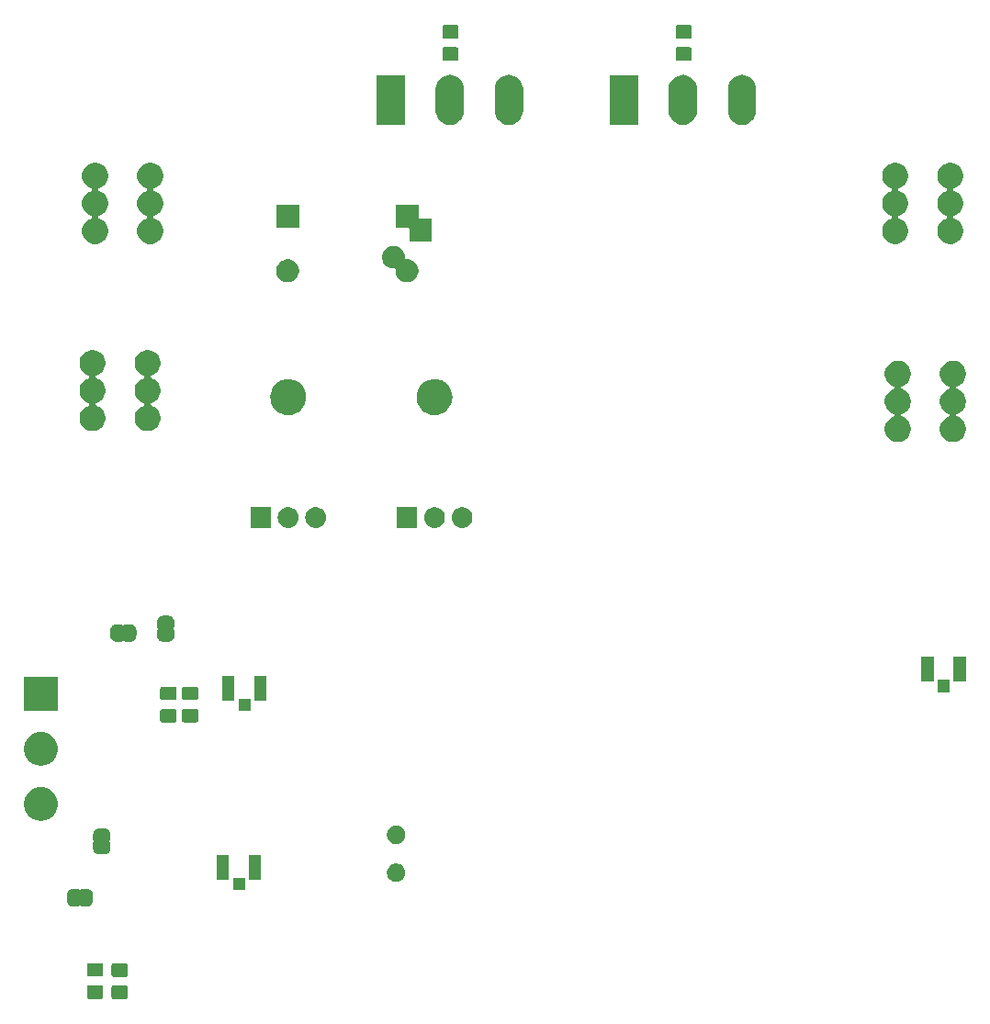
<source format=gbs>
G04 #@! TF.GenerationSoftware,KiCad,Pcbnew,(5.1.4)-1*
G04 #@! TF.CreationDate,2021-09-06T14:48:02-04:00*
G04 #@! TF.ProjectId,shunt_current_control_v2,7368756e-745f-4637-9572-72656e745f63,rev?*
G04 #@! TF.SameCoordinates,Original*
G04 #@! TF.FileFunction,Soldermask,Bot*
G04 #@! TF.FilePolarity,Negative*
%FSLAX46Y46*%
G04 Gerber Fmt 4.6, Leading zero omitted, Abs format (unit mm)*
G04 Created by KiCad (PCBNEW (5.1.4)-1) date 2021-09-06 14:48:02*
%MOMM*%
%LPD*%
G04 APERTURE LIST*
%ADD10C,0.100000*%
G04 APERTURE END LIST*
D10*
G36*
X77838023Y-126904457D02*
G01*
X77875636Y-126915867D01*
X77910293Y-126934391D01*
X77940675Y-126959325D01*
X77965609Y-126989707D01*
X77984133Y-127024364D01*
X77995543Y-127061977D01*
X78000000Y-127107228D01*
X78000000Y-127942772D01*
X77995543Y-127988023D01*
X77984133Y-128025636D01*
X77965609Y-128060293D01*
X77940675Y-128090675D01*
X77910293Y-128115609D01*
X77875636Y-128134133D01*
X77838023Y-128145543D01*
X77792772Y-128150000D01*
X76707228Y-128150000D01*
X76661977Y-128145543D01*
X76624364Y-128134133D01*
X76589707Y-128115609D01*
X76559325Y-128090675D01*
X76534391Y-128060293D01*
X76515867Y-128025636D01*
X76504457Y-127988023D01*
X76500000Y-127942772D01*
X76500000Y-127107228D01*
X76504457Y-127061977D01*
X76515867Y-127024364D01*
X76534391Y-126989707D01*
X76559325Y-126959325D01*
X76589707Y-126934391D01*
X76624364Y-126915867D01*
X76661977Y-126904457D01*
X76707228Y-126900000D01*
X77792772Y-126900000D01*
X77838023Y-126904457D01*
X77838023Y-126904457D01*
G37*
G36*
X75588023Y-126879457D02*
G01*
X75625636Y-126890867D01*
X75660293Y-126909391D01*
X75690675Y-126934325D01*
X75715609Y-126964707D01*
X75734133Y-126999364D01*
X75745543Y-127036977D01*
X75750000Y-127082228D01*
X75750000Y-127917772D01*
X75745543Y-127963023D01*
X75734133Y-128000636D01*
X75715609Y-128035293D01*
X75690675Y-128065675D01*
X75660293Y-128090609D01*
X75625636Y-128109133D01*
X75588023Y-128120543D01*
X75542772Y-128125000D01*
X74457228Y-128125000D01*
X74411977Y-128120543D01*
X74374364Y-128109133D01*
X74339707Y-128090609D01*
X74309325Y-128065675D01*
X74284391Y-128035293D01*
X74265867Y-128000636D01*
X74254457Y-127963023D01*
X74250000Y-127917772D01*
X74250000Y-127082228D01*
X74254457Y-127036977D01*
X74265867Y-126999364D01*
X74284391Y-126964707D01*
X74309325Y-126934325D01*
X74339707Y-126909391D01*
X74374364Y-126890867D01*
X74411977Y-126879457D01*
X74457228Y-126875000D01*
X75542772Y-126875000D01*
X75588023Y-126879457D01*
X75588023Y-126879457D01*
G37*
G36*
X77838023Y-124854457D02*
G01*
X77875636Y-124865867D01*
X77910293Y-124884391D01*
X77940675Y-124909325D01*
X77965609Y-124939707D01*
X77984133Y-124974364D01*
X77995543Y-125011977D01*
X78000000Y-125057228D01*
X78000000Y-125892772D01*
X77995543Y-125938023D01*
X77984133Y-125975636D01*
X77965609Y-126010293D01*
X77940675Y-126040675D01*
X77910293Y-126065609D01*
X77875636Y-126084133D01*
X77838023Y-126095543D01*
X77792772Y-126100000D01*
X76707228Y-126100000D01*
X76661977Y-126095543D01*
X76624364Y-126084133D01*
X76589707Y-126065609D01*
X76559325Y-126040675D01*
X76534391Y-126010293D01*
X76515867Y-125975636D01*
X76504457Y-125938023D01*
X76500000Y-125892772D01*
X76500000Y-125057228D01*
X76504457Y-125011977D01*
X76515867Y-124974364D01*
X76534391Y-124939707D01*
X76559325Y-124909325D01*
X76589707Y-124884391D01*
X76624364Y-124865867D01*
X76661977Y-124854457D01*
X76707228Y-124850000D01*
X77792772Y-124850000D01*
X77838023Y-124854457D01*
X77838023Y-124854457D01*
G37*
G36*
X75588023Y-124829457D02*
G01*
X75625636Y-124840867D01*
X75660293Y-124859391D01*
X75690675Y-124884325D01*
X75715609Y-124914707D01*
X75734133Y-124949364D01*
X75745543Y-124986977D01*
X75750000Y-125032228D01*
X75750000Y-125867772D01*
X75745543Y-125913023D01*
X75734133Y-125950636D01*
X75715609Y-125985293D01*
X75690675Y-126015675D01*
X75660293Y-126040609D01*
X75625636Y-126059133D01*
X75588023Y-126070543D01*
X75542772Y-126075000D01*
X74457228Y-126075000D01*
X74411977Y-126070543D01*
X74374364Y-126059133D01*
X74339707Y-126040609D01*
X74309325Y-126015675D01*
X74284391Y-125985293D01*
X74265867Y-125950636D01*
X74254457Y-125913023D01*
X74250000Y-125867772D01*
X74250000Y-125032228D01*
X74254457Y-124986977D01*
X74265867Y-124949364D01*
X74284391Y-124914707D01*
X74309325Y-124884325D01*
X74339707Y-124859391D01*
X74374364Y-124840867D01*
X74411977Y-124829457D01*
X74457228Y-124825000D01*
X75542772Y-124825000D01*
X75588023Y-124829457D01*
X75588023Y-124829457D01*
G37*
G36*
X73459802Y-118000723D02*
G01*
X73469225Y-118003581D01*
X73469227Y-118003582D01*
X73477913Y-118008225D01*
X73477914Y-118008226D01*
X73477916Y-118008227D01*
X73485527Y-118014473D01*
X73494487Y-118025391D01*
X73503373Y-118038691D01*
X73520700Y-118056018D01*
X73541074Y-118069632D01*
X73563713Y-118079010D01*
X73587746Y-118083791D01*
X73612250Y-118083791D01*
X73636283Y-118079011D01*
X73658922Y-118069634D01*
X73679297Y-118056021D01*
X73696624Y-118038694D01*
X73705511Y-118025393D01*
X73714473Y-118014473D01*
X73722084Y-118008227D01*
X73722086Y-118008226D01*
X73722087Y-118008225D01*
X73730773Y-118003582D01*
X73730775Y-118003581D01*
X73740198Y-118000723D01*
X73756141Y-117999153D01*
X74243860Y-117999153D01*
X74255326Y-118000282D01*
X74259802Y-118000723D01*
X74259803Y-118000723D01*
X74262196Y-118000959D01*
X74274448Y-118001561D01*
X74292868Y-118001561D01*
X74305365Y-118002792D01*
X74308811Y-118003131D01*
X74308812Y-118003131D01*
X74314953Y-118003736D01*
X74399038Y-118020462D01*
X74404940Y-118022252D01*
X74404944Y-118022253D01*
X74414369Y-118025112D01*
X74414372Y-118025113D01*
X74420279Y-118026905D01*
X74499474Y-118059708D01*
X74504919Y-118062619D01*
X74504925Y-118062621D01*
X74513611Y-118067264D01*
X74513615Y-118067267D01*
X74519056Y-118070175D01*
X74590343Y-118117807D01*
X74607488Y-118131878D01*
X74668122Y-118192512D01*
X74682193Y-118209657D01*
X74729825Y-118280944D01*
X74732733Y-118286385D01*
X74732736Y-118286389D01*
X74737379Y-118295075D01*
X74737381Y-118295081D01*
X74740292Y-118300526D01*
X74773095Y-118379721D01*
X74779538Y-118400962D01*
X74796264Y-118485047D01*
X74798439Y-118507132D01*
X74798439Y-118525552D01*
X74799041Y-118537804D01*
X74800847Y-118556140D01*
X74800847Y-119043860D01*
X74799041Y-119062196D01*
X74798439Y-119074448D01*
X74798439Y-119092868D01*
X74796264Y-119114953D01*
X74779538Y-119199038D01*
X74773095Y-119220279D01*
X74740292Y-119299474D01*
X74737381Y-119304919D01*
X74737379Y-119304925D01*
X74732736Y-119313611D01*
X74732733Y-119313615D01*
X74729825Y-119319056D01*
X74682193Y-119390343D01*
X74668122Y-119407488D01*
X74607488Y-119468122D01*
X74590343Y-119482193D01*
X74519056Y-119529825D01*
X74513615Y-119532733D01*
X74513611Y-119532736D01*
X74504925Y-119537379D01*
X74504919Y-119537381D01*
X74499474Y-119540292D01*
X74420279Y-119573095D01*
X74414372Y-119574887D01*
X74414369Y-119574888D01*
X74404944Y-119577747D01*
X74404940Y-119577748D01*
X74399038Y-119579538D01*
X74314953Y-119596264D01*
X74308812Y-119596869D01*
X74308811Y-119596869D01*
X74305365Y-119597208D01*
X74292868Y-119598439D01*
X74274448Y-119598439D01*
X74262196Y-119599041D01*
X74259803Y-119599277D01*
X74259802Y-119599277D01*
X74255326Y-119599718D01*
X74243860Y-119600847D01*
X73756141Y-119600847D01*
X73740198Y-119599277D01*
X73730775Y-119596419D01*
X73730485Y-119596264D01*
X73722087Y-119591775D01*
X73722086Y-119591774D01*
X73722084Y-119591773D01*
X73714473Y-119585527D01*
X73705513Y-119574609D01*
X73696627Y-119561309D01*
X73679300Y-119543982D01*
X73658926Y-119530368D01*
X73636287Y-119520990D01*
X73612254Y-119516209D01*
X73587750Y-119516209D01*
X73563717Y-119520989D01*
X73541078Y-119530366D01*
X73520703Y-119543979D01*
X73503376Y-119561306D01*
X73494489Y-119574607D01*
X73485527Y-119585527D01*
X73477916Y-119591773D01*
X73477914Y-119591774D01*
X73477913Y-119591775D01*
X73469515Y-119596264D01*
X73469225Y-119596419D01*
X73459802Y-119599277D01*
X73443859Y-119600847D01*
X72956140Y-119600847D01*
X72944674Y-119599718D01*
X72940198Y-119599277D01*
X72940197Y-119599277D01*
X72937804Y-119599041D01*
X72925552Y-119598439D01*
X72907132Y-119598439D01*
X72894635Y-119597208D01*
X72891189Y-119596869D01*
X72891188Y-119596869D01*
X72885047Y-119596264D01*
X72800962Y-119579538D01*
X72795060Y-119577748D01*
X72795056Y-119577747D01*
X72785631Y-119574888D01*
X72785628Y-119574887D01*
X72779721Y-119573095D01*
X72700526Y-119540292D01*
X72695081Y-119537381D01*
X72695075Y-119537379D01*
X72686389Y-119532736D01*
X72686385Y-119532733D01*
X72680944Y-119529825D01*
X72609657Y-119482193D01*
X72592512Y-119468122D01*
X72531878Y-119407488D01*
X72517807Y-119390343D01*
X72470175Y-119319056D01*
X72467267Y-119313615D01*
X72467264Y-119313611D01*
X72462621Y-119304925D01*
X72462619Y-119304919D01*
X72459708Y-119299474D01*
X72426905Y-119220279D01*
X72420462Y-119199038D01*
X72403736Y-119114953D01*
X72401561Y-119092868D01*
X72401561Y-119074448D01*
X72400959Y-119062196D01*
X72399153Y-119043860D01*
X72399153Y-118556140D01*
X72400959Y-118537804D01*
X72401561Y-118525552D01*
X72401561Y-118507132D01*
X72403736Y-118485047D01*
X72420462Y-118400962D01*
X72426905Y-118379721D01*
X72459708Y-118300526D01*
X72462619Y-118295081D01*
X72462621Y-118295075D01*
X72467264Y-118286389D01*
X72467267Y-118286385D01*
X72470175Y-118280944D01*
X72517807Y-118209657D01*
X72531878Y-118192512D01*
X72592512Y-118131878D01*
X72609657Y-118117807D01*
X72680944Y-118070175D01*
X72686385Y-118067267D01*
X72686389Y-118067264D01*
X72695075Y-118062621D01*
X72695081Y-118062619D01*
X72700526Y-118059708D01*
X72779721Y-118026905D01*
X72785628Y-118025113D01*
X72785631Y-118025112D01*
X72795056Y-118022253D01*
X72795060Y-118022252D01*
X72800962Y-118020462D01*
X72885047Y-118003736D01*
X72891188Y-118003131D01*
X72891189Y-118003131D01*
X72894635Y-118002792D01*
X72907132Y-118001561D01*
X72925552Y-118001561D01*
X72937804Y-118000959D01*
X72940197Y-118000723D01*
X72940198Y-118000723D01*
X72944674Y-118000282D01*
X72956140Y-117999153D01*
X73443859Y-117999153D01*
X73459802Y-118000723D01*
X73459802Y-118000723D01*
G37*
G36*
X88800000Y-118100000D02*
G01*
X87700000Y-118100000D01*
X87700000Y-116950000D01*
X88800000Y-116950000D01*
X88800000Y-118100000D01*
X88800000Y-118100000D01*
G37*
G36*
X102997935Y-115682664D02*
G01*
X103152624Y-115746739D01*
X103152626Y-115746740D01*
X103291844Y-115839762D01*
X103410238Y-115958156D01*
X103503260Y-116097374D01*
X103503261Y-116097376D01*
X103567336Y-116252065D01*
X103600000Y-116416281D01*
X103600000Y-116583719D01*
X103567336Y-116747935D01*
X103503261Y-116902624D01*
X103503260Y-116902626D01*
X103410238Y-117041844D01*
X103291844Y-117160238D01*
X103152626Y-117253260D01*
X103152625Y-117253261D01*
X103152624Y-117253261D01*
X102997935Y-117317336D01*
X102833719Y-117350000D01*
X102666281Y-117350000D01*
X102502065Y-117317336D01*
X102347376Y-117253261D01*
X102347375Y-117253261D01*
X102347374Y-117253260D01*
X102208156Y-117160238D01*
X102089762Y-117041844D01*
X101996740Y-116902626D01*
X101996739Y-116902624D01*
X101932664Y-116747935D01*
X101900000Y-116583719D01*
X101900000Y-116416281D01*
X101932664Y-116252065D01*
X101996739Y-116097376D01*
X101996740Y-116097374D01*
X102089762Y-115958156D01*
X102208156Y-115839762D01*
X102347374Y-115746740D01*
X102347376Y-115746739D01*
X102502065Y-115682664D01*
X102666281Y-115650000D01*
X102833719Y-115650000D01*
X102997935Y-115682664D01*
X102997935Y-115682664D01*
G37*
G36*
X87350000Y-117150000D02*
G01*
X86200000Y-117150000D01*
X86200000Y-114850000D01*
X87350000Y-114850000D01*
X87350000Y-117150000D01*
X87350000Y-117150000D01*
G37*
G36*
X90300000Y-117150000D02*
G01*
X89150000Y-117150000D01*
X89150000Y-114850000D01*
X90300000Y-114850000D01*
X90300000Y-117150000D01*
X90300000Y-117150000D01*
G37*
G36*
X75855326Y-112400282D02*
G01*
X75859802Y-112400723D01*
X75859803Y-112400723D01*
X75862196Y-112400959D01*
X75874448Y-112401561D01*
X75892868Y-112401561D01*
X75905365Y-112402792D01*
X75908811Y-112403131D01*
X75908812Y-112403131D01*
X75914953Y-112403736D01*
X75999038Y-112420462D01*
X76004940Y-112422252D01*
X76004944Y-112422253D01*
X76014369Y-112425112D01*
X76014372Y-112425113D01*
X76020279Y-112426905D01*
X76099474Y-112459708D01*
X76104919Y-112462619D01*
X76104925Y-112462621D01*
X76113611Y-112467264D01*
X76113615Y-112467267D01*
X76119056Y-112470175D01*
X76190343Y-112517807D01*
X76207488Y-112531878D01*
X76268122Y-112592512D01*
X76282193Y-112609657D01*
X76329825Y-112680944D01*
X76332733Y-112686385D01*
X76332736Y-112686389D01*
X76337379Y-112695075D01*
X76337381Y-112695081D01*
X76340292Y-112700526D01*
X76373095Y-112779721D01*
X76379538Y-112800962D01*
X76396264Y-112885047D01*
X76398439Y-112907132D01*
X76398439Y-112925552D01*
X76399041Y-112937804D01*
X76400847Y-112956140D01*
X76400847Y-113443859D01*
X76399277Y-113459802D01*
X76396419Y-113469225D01*
X76391773Y-113477916D01*
X76385527Y-113485527D01*
X76374609Y-113494487D01*
X76361309Y-113503373D01*
X76343982Y-113520700D01*
X76330368Y-113541074D01*
X76320990Y-113563713D01*
X76316209Y-113587746D01*
X76316209Y-113612250D01*
X76320989Y-113636283D01*
X76330366Y-113658922D01*
X76343979Y-113679297D01*
X76361306Y-113696624D01*
X76374607Y-113705511D01*
X76385527Y-113714473D01*
X76391773Y-113722084D01*
X76396419Y-113730775D01*
X76399277Y-113740198D01*
X76400847Y-113756141D01*
X76400847Y-114243860D01*
X76399041Y-114262196D01*
X76398439Y-114274448D01*
X76398439Y-114292868D01*
X76396264Y-114314953D01*
X76379538Y-114399038D01*
X76373095Y-114420279D01*
X76340292Y-114499474D01*
X76337381Y-114504919D01*
X76337379Y-114504925D01*
X76332736Y-114513611D01*
X76332733Y-114513615D01*
X76329825Y-114519056D01*
X76282193Y-114590343D01*
X76268122Y-114607488D01*
X76207488Y-114668122D01*
X76190343Y-114682193D01*
X76119056Y-114729825D01*
X76113615Y-114732733D01*
X76113611Y-114732736D01*
X76104925Y-114737379D01*
X76104919Y-114737381D01*
X76099474Y-114740292D01*
X76020279Y-114773095D01*
X76014372Y-114774887D01*
X76014369Y-114774888D01*
X76004944Y-114777747D01*
X76004940Y-114777748D01*
X75999038Y-114779538D01*
X75914953Y-114796264D01*
X75908812Y-114796869D01*
X75908811Y-114796869D01*
X75905365Y-114797208D01*
X75892868Y-114798439D01*
X75874448Y-114798439D01*
X75862196Y-114799041D01*
X75859803Y-114799277D01*
X75859802Y-114799277D01*
X75855326Y-114799718D01*
X75843860Y-114800847D01*
X75356140Y-114800847D01*
X75344674Y-114799718D01*
X75340198Y-114799277D01*
X75340197Y-114799277D01*
X75337804Y-114799041D01*
X75325552Y-114798439D01*
X75307132Y-114798439D01*
X75294635Y-114797208D01*
X75291189Y-114796869D01*
X75291188Y-114796869D01*
X75285047Y-114796264D01*
X75200962Y-114779538D01*
X75195060Y-114777748D01*
X75195056Y-114777747D01*
X75185631Y-114774888D01*
X75185628Y-114774887D01*
X75179721Y-114773095D01*
X75100526Y-114740292D01*
X75095081Y-114737381D01*
X75095075Y-114737379D01*
X75086389Y-114732736D01*
X75086385Y-114732733D01*
X75080944Y-114729825D01*
X75009657Y-114682193D01*
X74992512Y-114668122D01*
X74931878Y-114607488D01*
X74917807Y-114590343D01*
X74870175Y-114519056D01*
X74867267Y-114513615D01*
X74867264Y-114513611D01*
X74862621Y-114504925D01*
X74862619Y-114504919D01*
X74859708Y-114499474D01*
X74826905Y-114420279D01*
X74820462Y-114399038D01*
X74803736Y-114314953D01*
X74801561Y-114292868D01*
X74801561Y-114274448D01*
X74800959Y-114262196D01*
X74799153Y-114243860D01*
X74799153Y-113756141D01*
X74800723Y-113740198D01*
X74803581Y-113730775D01*
X74808227Y-113722084D01*
X74814473Y-113714473D01*
X74825391Y-113705513D01*
X74838691Y-113696627D01*
X74856018Y-113679300D01*
X74869632Y-113658926D01*
X74879010Y-113636287D01*
X74883791Y-113612254D01*
X74883791Y-113587750D01*
X74879011Y-113563717D01*
X74869634Y-113541078D01*
X74856021Y-113520703D01*
X74838694Y-113503376D01*
X74825393Y-113494489D01*
X74814473Y-113485527D01*
X74808227Y-113477916D01*
X74803581Y-113469225D01*
X74800723Y-113459802D01*
X74799153Y-113443859D01*
X74799153Y-112956140D01*
X74800959Y-112937804D01*
X74801561Y-112925552D01*
X74801561Y-112907132D01*
X74803736Y-112885047D01*
X74820462Y-112800962D01*
X74826905Y-112779721D01*
X74859708Y-112700526D01*
X74862619Y-112695081D01*
X74862621Y-112695075D01*
X74867264Y-112686389D01*
X74867267Y-112686385D01*
X74870175Y-112680944D01*
X74917807Y-112609657D01*
X74931878Y-112592512D01*
X74992512Y-112531878D01*
X75009657Y-112517807D01*
X75080944Y-112470175D01*
X75086385Y-112467267D01*
X75086389Y-112467264D01*
X75095075Y-112462621D01*
X75095081Y-112462619D01*
X75100526Y-112459708D01*
X75179721Y-112426905D01*
X75185628Y-112425113D01*
X75185631Y-112425112D01*
X75195056Y-112422253D01*
X75195060Y-112422252D01*
X75200962Y-112420462D01*
X75285047Y-112403736D01*
X75291188Y-112403131D01*
X75291189Y-112403131D01*
X75294635Y-112402792D01*
X75307132Y-112401561D01*
X75325552Y-112401561D01*
X75337804Y-112400959D01*
X75340197Y-112400723D01*
X75340198Y-112400723D01*
X75344674Y-112400282D01*
X75356140Y-112399153D01*
X75843860Y-112399153D01*
X75855326Y-112400282D01*
X75855326Y-112400282D01*
G37*
G36*
X102997935Y-112182664D02*
G01*
X103152624Y-112246739D01*
X103152626Y-112246740D01*
X103291844Y-112339762D01*
X103410238Y-112458156D01*
X103456885Y-112527969D01*
X103503261Y-112597376D01*
X103567336Y-112752065D01*
X103600000Y-112916281D01*
X103600000Y-113083719D01*
X103567336Y-113247935D01*
X103503261Y-113402624D01*
X103503260Y-113402626D01*
X103410238Y-113541844D01*
X103291844Y-113660238D01*
X103152626Y-113753260D01*
X103152625Y-113753261D01*
X103152624Y-113753261D01*
X102997935Y-113817336D01*
X102833719Y-113850000D01*
X102666281Y-113850000D01*
X102502065Y-113817336D01*
X102347376Y-113753261D01*
X102347375Y-113753261D01*
X102347374Y-113753260D01*
X102208156Y-113660238D01*
X102089762Y-113541844D01*
X101996740Y-113402626D01*
X101996739Y-113402624D01*
X101932664Y-113247935D01*
X101900000Y-113083719D01*
X101900000Y-112916281D01*
X101932664Y-112752065D01*
X101996739Y-112597376D01*
X102043115Y-112527969D01*
X102089762Y-112458156D01*
X102208156Y-112339762D01*
X102347374Y-112246740D01*
X102347376Y-112246739D01*
X102502065Y-112182664D01*
X102666281Y-112150000D01*
X102833719Y-112150000D01*
X102997935Y-112182664D01*
X102997935Y-112182664D01*
G37*
G36*
X70302390Y-108639782D02*
G01*
X70452118Y-108669565D01*
X70568960Y-108717963D01*
X70734199Y-108786407D01*
X70734200Y-108786408D01*
X70988068Y-108956036D01*
X71203964Y-109171932D01*
X71317306Y-109341561D01*
X71373593Y-109425801D01*
X71490435Y-109707883D01*
X71550000Y-110007337D01*
X71550000Y-110312663D01*
X71490435Y-110612117D01*
X71373593Y-110894199D01*
X71373592Y-110894200D01*
X71203964Y-111148068D01*
X70988068Y-111363964D01*
X70818439Y-111477306D01*
X70734199Y-111533593D01*
X70568960Y-111602037D01*
X70452118Y-111650435D01*
X70302390Y-111680218D01*
X70152663Y-111710000D01*
X69847337Y-111710000D01*
X69697610Y-111680218D01*
X69547882Y-111650435D01*
X69431040Y-111602037D01*
X69265801Y-111533593D01*
X69181561Y-111477306D01*
X69011932Y-111363964D01*
X68796036Y-111148068D01*
X68626408Y-110894200D01*
X68626407Y-110894199D01*
X68509565Y-110612117D01*
X68450000Y-110312663D01*
X68450000Y-110007337D01*
X68509565Y-109707883D01*
X68626407Y-109425801D01*
X68682694Y-109341561D01*
X68796036Y-109171932D01*
X69011932Y-108956036D01*
X69265800Y-108786408D01*
X69265801Y-108786407D01*
X69431040Y-108717963D01*
X69547882Y-108669565D01*
X69697610Y-108639782D01*
X69847337Y-108610000D01*
X70152663Y-108610000D01*
X70302390Y-108639782D01*
X70302390Y-108639782D01*
G37*
G36*
X70302390Y-103559783D02*
G01*
X70452118Y-103589565D01*
X70568960Y-103637963D01*
X70734199Y-103706407D01*
X70734200Y-103706408D01*
X70988068Y-103876036D01*
X71203964Y-104091932D01*
X71317306Y-104261561D01*
X71373593Y-104345801D01*
X71490435Y-104627883D01*
X71550000Y-104927337D01*
X71550000Y-105232663D01*
X71490435Y-105532117D01*
X71373593Y-105814199D01*
X71373592Y-105814200D01*
X71203964Y-106068068D01*
X70988068Y-106283964D01*
X70818439Y-106397306D01*
X70734199Y-106453593D01*
X70568960Y-106522037D01*
X70452118Y-106570435D01*
X70302390Y-106600217D01*
X70152663Y-106630000D01*
X69847337Y-106630000D01*
X69697610Y-106600217D01*
X69547882Y-106570435D01*
X69431040Y-106522037D01*
X69265801Y-106453593D01*
X69181561Y-106397306D01*
X69011932Y-106283964D01*
X68796036Y-106068068D01*
X68626408Y-105814200D01*
X68626407Y-105814199D01*
X68509565Y-105532117D01*
X68450000Y-105232663D01*
X68450000Y-104927337D01*
X68509565Y-104627883D01*
X68626407Y-104345801D01*
X68682694Y-104261561D01*
X68796036Y-104091932D01*
X69011932Y-103876036D01*
X69265800Y-103706408D01*
X69265801Y-103706407D01*
X69431040Y-103637963D01*
X69547882Y-103589565D01*
X69697610Y-103559783D01*
X69847337Y-103530000D01*
X70152663Y-103530000D01*
X70302390Y-103559783D01*
X70302390Y-103559783D01*
G37*
G36*
X84338023Y-101404457D02*
G01*
X84375636Y-101415867D01*
X84410293Y-101434391D01*
X84440675Y-101459325D01*
X84465609Y-101489707D01*
X84484133Y-101524364D01*
X84495543Y-101561977D01*
X84500000Y-101607228D01*
X84500000Y-102442772D01*
X84495543Y-102488023D01*
X84484133Y-102525636D01*
X84465609Y-102560293D01*
X84440675Y-102590675D01*
X84410293Y-102615609D01*
X84375636Y-102634133D01*
X84338023Y-102645543D01*
X84292772Y-102650000D01*
X83207228Y-102650000D01*
X83161977Y-102645543D01*
X83124364Y-102634133D01*
X83089707Y-102615609D01*
X83059325Y-102590675D01*
X83034391Y-102560293D01*
X83015867Y-102525636D01*
X83004457Y-102488023D01*
X83000000Y-102442772D01*
X83000000Y-101607228D01*
X83004457Y-101561977D01*
X83015867Y-101524364D01*
X83034391Y-101489707D01*
X83059325Y-101459325D01*
X83089707Y-101434391D01*
X83124364Y-101415867D01*
X83161977Y-101404457D01*
X83207228Y-101400000D01*
X84292772Y-101400000D01*
X84338023Y-101404457D01*
X84338023Y-101404457D01*
G37*
G36*
X82338023Y-101404457D02*
G01*
X82375636Y-101415867D01*
X82410293Y-101434391D01*
X82440675Y-101459325D01*
X82465609Y-101489707D01*
X82484133Y-101524364D01*
X82495543Y-101561977D01*
X82500000Y-101607228D01*
X82500000Y-102442772D01*
X82495543Y-102488023D01*
X82484133Y-102525636D01*
X82465609Y-102560293D01*
X82440675Y-102590675D01*
X82410293Y-102615609D01*
X82375636Y-102634133D01*
X82338023Y-102645543D01*
X82292772Y-102650000D01*
X81207228Y-102650000D01*
X81161977Y-102645543D01*
X81124364Y-102634133D01*
X81089707Y-102615609D01*
X81059325Y-102590675D01*
X81034391Y-102560293D01*
X81015867Y-102525636D01*
X81004457Y-102488023D01*
X81000000Y-102442772D01*
X81000000Y-101607228D01*
X81004457Y-101561977D01*
X81015867Y-101524364D01*
X81034391Y-101489707D01*
X81059325Y-101459325D01*
X81089707Y-101434391D01*
X81124364Y-101415867D01*
X81161977Y-101404457D01*
X81207228Y-101400000D01*
X82292772Y-101400000D01*
X82338023Y-101404457D01*
X82338023Y-101404457D01*
G37*
G36*
X89300000Y-101600000D02*
G01*
X88200000Y-101600000D01*
X88200000Y-100450000D01*
X89300000Y-100450000D01*
X89300000Y-101600000D01*
X89300000Y-101600000D01*
G37*
G36*
X71550000Y-101550000D02*
G01*
X68450000Y-101550000D01*
X68450000Y-98450000D01*
X71550000Y-98450000D01*
X71550000Y-101550000D01*
X71550000Y-101550000D01*
G37*
G36*
X87850000Y-100650000D02*
G01*
X86700000Y-100650000D01*
X86700000Y-98350000D01*
X87850000Y-98350000D01*
X87850000Y-100650000D01*
X87850000Y-100650000D01*
G37*
G36*
X90800000Y-100650000D02*
G01*
X89650000Y-100650000D01*
X89650000Y-98350000D01*
X90800000Y-98350000D01*
X90800000Y-100650000D01*
X90800000Y-100650000D01*
G37*
G36*
X84338023Y-99354457D02*
G01*
X84375636Y-99365867D01*
X84410293Y-99384391D01*
X84440675Y-99409325D01*
X84465609Y-99439707D01*
X84484133Y-99474364D01*
X84495543Y-99511977D01*
X84500000Y-99557228D01*
X84500000Y-100392772D01*
X84495543Y-100438023D01*
X84484133Y-100475636D01*
X84465609Y-100510293D01*
X84440675Y-100540675D01*
X84410293Y-100565609D01*
X84375636Y-100584133D01*
X84338023Y-100595543D01*
X84292772Y-100600000D01*
X83207228Y-100600000D01*
X83161977Y-100595543D01*
X83124364Y-100584133D01*
X83089707Y-100565609D01*
X83059325Y-100540675D01*
X83034391Y-100510293D01*
X83015867Y-100475636D01*
X83004457Y-100438023D01*
X83000000Y-100392772D01*
X83000000Y-99557228D01*
X83004457Y-99511977D01*
X83015867Y-99474364D01*
X83034391Y-99439707D01*
X83059325Y-99409325D01*
X83089707Y-99384391D01*
X83124364Y-99365867D01*
X83161977Y-99354457D01*
X83207228Y-99350000D01*
X84292772Y-99350000D01*
X84338023Y-99354457D01*
X84338023Y-99354457D01*
G37*
G36*
X82338023Y-99354457D02*
G01*
X82375636Y-99365867D01*
X82410293Y-99384391D01*
X82440675Y-99409325D01*
X82465609Y-99439707D01*
X82484133Y-99474364D01*
X82495543Y-99511977D01*
X82500000Y-99557228D01*
X82500000Y-100392772D01*
X82495543Y-100438023D01*
X82484133Y-100475636D01*
X82465609Y-100510293D01*
X82440675Y-100540675D01*
X82410293Y-100565609D01*
X82375636Y-100584133D01*
X82338023Y-100595543D01*
X82292772Y-100600000D01*
X81207228Y-100600000D01*
X81161977Y-100595543D01*
X81124364Y-100584133D01*
X81089707Y-100565609D01*
X81059325Y-100540675D01*
X81034391Y-100510293D01*
X81015867Y-100475636D01*
X81004457Y-100438023D01*
X81000000Y-100392772D01*
X81000000Y-99557228D01*
X81004457Y-99511977D01*
X81015867Y-99474364D01*
X81034391Y-99439707D01*
X81059325Y-99409325D01*
X81089707Y-99384391D01*
X81124364Y-99365867D01*
X81161977Y-99354457D01*
X81207228Y-99350000D01*
X82292772Y-99350000D01*
X82338023Y-99354457D01*
X82338023Y-99354457D01*
G37*
G36*
X153775000Y-99850000D02*
G01*
X152675000Y-99850000D01*
X152675000Y-98700000D01*
X153775000Y-98700000D01*
X153775000Y-99850000D01*
X153775000Y-99850000D01*
G37*
G36*
X152325000Y-98900000D02*
G01*
X151175000Y-98900000D01*
X151175000Y-96600000D01*
X152325000Y-96600000D01*
X152325000Y-98900000D01*
X152325000Y-98900000D01*
G37*
G36*
X155275000Y-98900000D02*
G01*
X154125000Y-98900000D01*
X154125000Y-96600000D01*
X155275000Y-96600000D01*
X155275000Y-98900000D01*
X155275000Y-98900000D01*
G37*
G36*
X77459802Y-93600723D02*
G01*
X77469225Y-93603581D01*
X77469227Y-93603582D01*
X77477913Y-93608225D01*
X77477914Y-93608226D01*
X77477916Y-93608227D01*
X77485527Y-93614473D01*
X77494487Y-93625391D01*
X77503373Y-93638691D01*
X77520700Y-93656018D01*
X77541074Y-93669632D01*
X77563713Y-93679010D01*
X77587746Y-93683791D01*
X77612250Y-93683791D01*
X77636283Y-93679011D01*
X77658922Y-93669634D01*
X77679297Y-93656021D01*
X77696624Y-93638694D01*
X77705511Y-93625393D01*
X77714473Y-93614473D01*
X77722084Y-93608227D01*
X77722086Y-93608226D01*
X77722087Y-93608225D01*
X77730773Y-93603582D01*
X77730775Y-93603581D01*
X77740198Y-93600723D01*
X77756141Y-93599153D01*
X78243860Y-93599153D01*
X78255326Y-93600282D01*
X78259802Y-93600723D01*
X78259803Y-93600723D01*
X78262196Y-93600959D01*
X78274448Y-93601561D01*
X78292868Y-93601561D01*
X78305365Y-93602792D01*
X78308811Y-93603131D01*
X78308812Y-93603131D01*
X78314953Y-93603736D01*
X78399038Y-93620462D01*
X78404940Y-93622252D01*
X78404944Y-93622253D01*
X78414369Y-93625112D01*
X78414372Y-93625113D01*
X78420279Y-93626905D01*
X78499474Y-93659708D01*
X78504919Y-93662619D01*
X78504925Y-93662621D01*
X78513611Y-93667264D01*
X78513615Y-93667267D01*
X78519056Y-93670175D01*
X78590343Y-93717807D01*
X78607488Y-93731878D01*
X78668122Y-93792512D01*
X78682193Y-93809657D01*
X78729825Y-93880944D01*
X78732733Y-93886385D01*
X78732736Y-93886389D01*
X78737379Y-93895075D01*
X78737381Y-93895081D01*
X78740292Y-93900526D01*
X78773095Y-93979721D01*
X78774887Y-93985628D01*
X78774888Y-93985631D01*
X78775531Y-93987750D01*
X78779538Y-94000962D01*
X78796264Y-94085047D01*
X78798439Y-94107132D01*
X78798439Y-94125552D01*
X78799041Y-94137804D01*
X78800847Y-94156140D01*
X78800847Y-94643860D01*
X78799041Y-94662196D01*
X78798439Y-94674448D01*
X78798439Y-94692868D01*
X78796264Y-94714953D01*
X78779538Y-94799038D01*
X78773095Y-94820279D01*
X78740292Y-94899474D01*
X78737381Y-94904919D01*
X78737379Y-94904925D01*
X78732736Y-94913611D01*
X78732733Y-94913615D01*
X78729825Y-94919056D01*
X78682193Y-94990343D01*
X78668122Y-95007488D01*
X78607488Y-95068122D01*
X78590343Y-95082193D01*
X78519056Y-95129825D01*
X78513615Y-95132733D01*
X78513611Y-95132736D01*
X78504925Y-95137379D01*
X78504919Y-95137381D01*
X78499474Y-95140292D01*
X78420279Y-95173095D01*
X78414372Y-95174887D01*
X78414369Y-95174888D01*
X78404944Y-95177747D01*
X78404940Y-95177748D01*
X78399038Y-95179538D01*
X78314953Y-95196264D01*
X78308812Y-95196869D01*
X78308811Y-95196869D01*
X78305365Y-95197208D01*
X78292868Y-95198439D01*
X78274448Y-95198439D01*
X78262196Y-95199041D01*
X78259803Y-95199277D01*
X78259802Y-95199277D01*
X78255326Y-95199718D01*
X78243860Y-95200847D01*
X77756141Y-95200847D01*
X77740198Y-95199277D01*
X77730775Y-95196419D01*
X77730485Y-95196264D01*
X77722087Y-95191775D01*
X77722086Y-95191774D01*
X77722084Y-95191773D01*
X77714473Y-95185527D01*
X77705513Y-95174609D01*
X77696627Y-95161309D01*
X77679300Y-95143982D01*
X77658926Y-95130368D01*
X77636287Y-95120990D01*
X77612254Y-95116209D01*
X77587750Y-95116209D01*
X77563717Y-95120989D01*
X77541078Y-95130366D01*
X77520703Y-95143979D01*
X77503376Y-95161306D01*
X77494489Y-95174607D01*
X77485527Y-95185527D01*
X77477916Y-95191773D01*
X77477914Y-95191774D01*
X77477913Y-95191775D01*
X77469515Y-95196264D01*
X77469225Y-95196419D01*
X77459802Y-95199277D01*
X77443859Y-95200847D01*
X76956140Y-95200847D01*
X76944674Y-95199718D01*
X76940198Y-95199277D01*
X76940197Y-95199277D01*
X76937804Y-95199041D01*
X76925552Y-95198439D01*
X76907132Y-95198439D01*
X76894635Y-95197208D01*
X76891189Y-95196869D01*
X76891188Y-95196869D01*
X76885047Y-95196264D01*
X76800962Y-95179538D01*
X76795060Y-95177748D01*
X76795056Y-95177747D01*
X76785631Y-95174888D01*
X76785628Y-95174887D01*
X76779721Y-95173095D01*
X76700526Y-95140292D01*
X76695081Y-95137381D01*
X76695075Y-95137379D01*
X76686389Y-95132736D01*
X76686385Y-95132733D01*
X76680944Y-95129825D01*
X76609657Y-95082193D01*
X76592512Y-95068122D01*
X76531878Y-95007488D01*
X76517807Y-94990343D01*
X76470175Y-94919056D01*
X76467267Y-94913615D01*
X76467264Y-94913611D01*
X76462621Y-94904925D01*
X76462619Y-94904919D01*
X76459708Y-94899474D01*
X76426905Y-94820279D01*
X76420462Y-94799038D01*
X76403736Y-94714953D01*
X76401561Y-94692868D01*
X76401561Y-94674448D01*
X76400959Y-94662196D01*
X76399153Y-94643860D01*
X76399153Y-94156140D01*
X76400959Y-94137804D01*
X76401561Y-94125552D01*
X76401561Y-94107132D01*
X76403736Y-94085047D01*
X76420462Y-94000962D01*
X76424470Y-93987750D01*
X76425112Y-93985631D01*
X76425113Y-93985628D01*
X76426905Y-93979721D01*
X76459708Y-93900526D01*
X76462619Y-93895081D01*
X76462621Y-93895075D01*
X76467264Y-93886389D01*
X76467267Y-93886385D01*
X76470175Y-93880944D01*
X76517807Y-93809657D01*
X76531878Y-93792512D01*
X76592512Y-93731878D01*
X76609657Y-93717807D01*
X76680944Y-93670175D01*
X76686385Y-93667267D01*
X76686389Y-93667264D01*
X76695075Y-93662621D01*
X76695081Y-93662619D01*
X76700526Y-93659708D01*
X76779721Y-93626905D01*
X76785628Y-93625113D01*
X76785631Y-93625112D01*
X76795056Y-93622253D01*
X76795060Y-93622252D01*
X76800962Y-93620462D01*
X76885047Y-93603736D01*
X76891188Y-93603131D01*
X76891189Y-93603131D01*
X76894635Y-93602792D01*
X76907132Y-93601561D01*
X76925552Y-93601561D01*
X76937804Y-93600959D01*
X76940197Y-93600723D01*
X76940198Y-93600723D01*
X76944674Y-93600282D01*
X76956140Y-93599153D01*
X77443859Y-93599153D01*
X77459802Y-93600723D01*
X77459802Y-93600723D01*
G37*
G36*
X81755326Y-92800282D02*
G01*
X81759802Y-92800723D01*
X81759803Y-92800723D01*
X81762196Y-92800959D01*
X81774448Y-92801561D01*
X81792868Y-92801561D01*
X81805365Y-92802792D01*
X81808811Y-92803131D01*
X81808812Y-92803131D01*
X81814953Y-92803736D01*
X81899038Y-92820462D01*
X81904940Y-92822252D01*
X81904944Y-92822253D01*
X81914369Y-92825112D01*
X81914372Y-92825113D01*
X81920279Y-92826905D01*
X81999474Y-92859708D01*
X82004919Y-92862619D01*
X82004925Y-92862621D01*
X82013611Y-92867264D01*
X82013615Y-92867267D01*
X82019056Y-92870175D01*
X82090343Y-92917807D01*
X82107488Y-92931878D01*
X82168122Y-92992512D01*
X82182193Y-93009657D01*
X82229825Y-93080944D01*
X82232733Y-93086385D01*
X82232736Y-93086389D01*
X82237379Y-93095075D01*
X82237381Y-93095081D01*
X82240292Y-93100526D01*
X82273095Y-93179721D01*
X82279538Y-93200962D01*
X82296264Y-93285047D01*
X82298439Y-93307132D01*
X82298439Y-93325552D01*
X82299041Y-93337804D01*
X82300847Y-93356140D01*
X82300847Y-93843859D01*
X82299277Y-93859802D01*
X82296419Y-93869225D01*
X82291773Y-93877916D01*
X82285527Y-93885527D01*
X82274609Y-93894487D01*
X82261309Y-93903373D01*
X82243982Y-93920700D01*
X82230368Y-93941074D01*
X82220990Y-93963713D01*
X82216209Y-93987746D01*
X82216209Y-94012250D01*
X82220989Y-94036283D01*
X82230366Y-94058922D01*
X82243979Y-94079297D01*
X82261306Y-94096624D01*
X82274607Y-94105511D01*
X82285527Y-94114473D01*
X82291773Y-94122084D01*
X82296419Y-94130775D01*
X82299277Y-94140198D01*
X82300847Y-94156141D01*
X82300847Y-94643860D01*
X82299041Y-94662196D01*
X82298439Y-94674448D01*
X82298439Y-94692868D01*
X82296264Y-94714953D01*
X82279538Y-94799038D01*
X82273095Y-94820279D01*
X82240292Y-94899474D01*
X82237381Y-94904919D01*
X82237379Y-94904925D01*
X82232736Y-94913611D01*
X82232733Y-94913615D01*
X82229825Y-94919056D01*
X82182193Y-94990343D01*
X82168122Y-95007488D01*
X82107488Y-95068122D01*
X82090343Y-95082193D01*
X82019056Y-95129825D01*
X82013615Y-95132733D01*
X82013611Y-95132736D01*
X82004925Y-95137379D01*
X82004919Y-95137381D01*
X81999474Y-95140292D01*
X81920279Y-95173095D01*
X81914372Y-95174887D01*
X81914369Y-95174888D01*
X81904944Y-95177747D01*
X81904940Y-95177748D01*
X81899038Y-95179538D01*
X81814953Y-95196264D01*
X81808812Y-95196869D01*
X81808811Y-95196869D01*
X81805365Y-95197208D01*
X81792868Y-95198439D01*
X81774448Y-95198439D01*
X81762196Y-95199041D01*
X81759803Y-95199277D01*
X81759802Y-95199277D01*
X81755326Y-95199718D01*
X81743860Y-95200847D01*
X81256140Y-95200847D01*
X81244674Y-95199718D01*
X81240198Y-95199277D01*
X81240197Y-95199277D01*
X81237804Y-95199041D01*
X81225552Y-95198439D01*
X81207132Y-95198439D01*
X81194635Y-95197208D01*
X81191189Y-95196869D01*
X81191188Y-95196869D01*
X81185047Y-95196264D01*
X81100962Y-95179538D01*
X81095060Y-95177748D01*
X81095056Y-95177747D01*
X81085631Y-95174888D01*
X81085628Y-95174887D01*
X81079721Y-95173095D01*
X81000526Y-95140292D01*
X80995081Y-95137381D01*
X80995075Y-95137379D01*
X80986389Y-95132736D01*
X80986385Y-95132733D01*
X80980944Y-95129825D01*
X80909657Y-95082193D01*
X80892512Y-95068122D01*
X80831878Y-95007488D01*
X80817807Y-94990343D01*
X80770175Y-94919056D01*
X80767267Y-94913615D01*
X80767264Y-94913611D01*
X80762621Y-94904925D01*
X80762619Y-94904919D01*
X80759708Y-94899474D01*
X80726905Y-94820279D01*
X80720462Y-94799038D01*
X80703736Y-94714953D01*
X80701561Y-94692868D01*
X80701561Y-94674448D01*
X80700959Y-94662196D01*
X80699153Y-94643860D01*
X80699153Y-94156141D01*
X80700723Y-94140198D01*
X80703581Y-94130775D01*
X80708227Y-94122084D01*
X80714473Y-94114473D01*
X80725391Y-94105513D01*
X80738691Y-94096627D01*
X80756018Y-94079300D01*
X80769632Y-94058926D01*
X80779010Y-94036287D01*
X80783791Y-94012254D01*
X80783791Y-93987750D01*
X80779011Y-93963717D01*
X80769634Y-93941078D01*
X80756021Y-93920703D01*
X80738694Y-93903376D01*
X80725393Y-93894489D01*
X80714473Y-93885527D01*
X80708227Y-93877916D01*
X80703581Y-93869225D01*
X80700723Y-93859802D01*
X80699153Y-93843859D01*
X80699153Y-93356140D01*
X80700959Y-93337804D01*
X80701561Y-93325552D01*
X80701561Y-93307132D01*
X80703736Y-93285047D01*
X80720462Y-93200962D01*
X80726905Y-93179721D01*
X80759708Y-93100526D01*
X80762619Y-93095081D01*
X80762621Y-93095075D01*
X80767264Y-93086389D01*
X80767267Y-93086385D01*
X80770175Y-93080944D01*
X80817807Y-93009657D01*
X80831878Y-92992512D01*
X80892512Y-92931878D01*
X80909657Y-92917807D01*
X80980944Y-92870175D01*
X80986385Y-92867267D01*
X80986389Y-92867264D01*
X80995075Y-92862621D01*
X80995081Y-92862619D01*
X81000526Y-92859708D01*
X81079721Y-92826905D01*
X81085628Y-92825113D01*
X81085631Y-92825112D01*
X81095056Y-92822253D01*
X81095060Y-92822252D01*
X81100962Y-92820462D01*
X81185047Y-92803736D01*
X81191188Y-92803131D01*
X81191189Y-92803131D01*
X81194635Y-92802792D01*
X81207132Y-92801561D01*
X81225552Y-92801561D01*
X81237804Y-92800959D01*
X81240197Y-92800723D01*
X81240198Y-92800723D01*
X81244674Y-92800282D01*
X81256140Y-92799153D01*
X81743860Y-92799153D01*
X81755326Y-92800282D01*
X81755326Y-92800282D01*
G37*
G36*
X106476232Y-82813746D02*
G01*
X106565770Y-82840907D01*
X106655309Y-82868068D01*
X106743523Y-82915220D01*
X106820345Y-82956282D01*
X106820347Y-82956283D01*
X106820346Y-82956283D01*
X106965002Y-83074998D01*
X107083717Y-83219654D01*
X107171932Y-83384691D01*
X107226254Y-83563769D01*
X107244596Y-83750000D01*
X107226254Y-83936231D01*
X107171932Y-84115309D01*
X107083717Y-84280346D01*
X106965002Y-84425002D01*
X106833315Y-84533073D01*
X106820345Y-84543718D01*
X106743523Y-84584780D01*
X106655309Y-84631932D01*
X106565770Y-84659093D01*
X106476232Y-84686254D01*
X106336666Y-84700000D01*
X106243334Y-84700000D01*
X106103768Y-84686254D01*
X106014230Y-84659093D01*
X105924691Y-84631932D01*
X105836477Y-84584780D01*
X105759655Y-84543718D01*
X105746685Y-84533073D01*
X105614998Y-84425002D01*
X105496283Y-84280346D01*
X105408068Y-84115309D01*
X105353746Y-83936231D01*
X105335404Y-83750000D01*
X105353746Y-83563769D01*
X105408068Y-83384691D01*
X105496283Y-83219654D01*
X105614998Y-83074998D01*
X105759654Y-82956283D01*
X105759653Y-82956283D01*
X105759655Y-82956282D01*
X105836477Y-82915220D01*
X105924691Y-82868068D01*
X106014230Y-82840907D01*
X106103768Y-82813746D01*
X106243334Y-82800000D01*
X106336666Y-82800000D01*
X106476232Y-82813746D01*
X106476232Y-82813746D01*
G37*
G36*
X95516232Y-82813746D02*
G01*
X95605770Y-82840907D01*
X95695309Y-82868068D01*
X95783523Y-82915220D01*
X95860345Y-82956282D01*
X95860347Y-82956283D01*
X95860346Y-82956283D01*
X96005002Y-83074998D01*
X96123717Y-83219654D01*
X96211932Y-83384691D01*
X96266254Y-83563769D01*
X96284596Y-83750000D01*
X96266254Y-83936231D01*
X96211932Y-84115309D01*
X96123717Y-84280346D01*
X96005002Y-84425002D01*
X95873315Y-84533073D01*
X95860345Y-84543718D01*
X95783523Y-84584780D01*
X95695309Y-84631932D01*
X95605770Y-84659093D01*
X95516232Y-84686254D01*
X95376666Y-84700000D01*
X95283334Y-84700000D01*
X95143768Y-84686254D01*
X95054230Y-84659093D01*
X94964691Y-84631932D01*
X94876477Y-84584780D01*
X94799655Y-84543718D01*
X94786685Y-84533073D01*
X94654998Y-84425002D01*
X94536283Y-84280346D01*
X94448068Y-84115309D01*
X94393746Y-83936231D01*
X94375404Y-83750000D01*
X94393746Y-83563769D01*
X94448068Y-83384691D01*
X94536283Y-83219654D01*
X94654998Y-83074998D01*
X94799654Y-82956283D01*
X94799653Y-82956283D01*
X94799655Y-82956282D01*
X94876477Y-82915220D01*
X94964691Y-82868068D01*
X95054230Y-82840907D01*
X95143768Y-82813746D01*
X95283334Y-82800000D01*
X95376666Y-82800000D01*
X95516232Y-82813746D01*
X95516232Y-82813746D01*
G37*
G36*
X104700000Y-84700000D02*
G01*
X102800000Y-84700000D01*
X102800000Y-82800000D01*
X104700000Y-82800000D01*
X104700000Y-84700000D01*
X104700000Y-84700000D01*
G37*
G36*
X92976232Y-82813746D02*
G01*
X93065770Y-82840907D01*
X93155309Y-82868068D01*
X93243523Y-82915220D01*
X93320345Y-82956282D01*
X93320347Y-82956283D01*
X93320346Y-82956283D01*
X93465002Y-83074998D01*
X93583717Y-83219654D01*
X93671932Y-83384691D01*
X93726254Y-83563769D01*
X93744596Y-83750000D01*
X93726254Y-83936231D01*
X93671932Y-84115309D01*
X93583717Y-84280346D01*
X93465002Y-84425002D01*
X93333315Y-84533073D01*
X93320345Y-84543718D01*
X93243523Y-84584780D01*
X93155309Y-84631932D01*
X93065770Y-84659093D01*
X92976232Y-84686254D01*
X92836666Y-84700000D01*
X92743334Y-84700000D01*
X92603768Y-84686254D01*
X92514230Y-84659093D01*
X92424691Y-84631932D01*
X92336477Y-84584780D01*
X92259655Y-84543718D01*
X92246685Y-84533073D01*
X92114998Y-84425002D01*
X91996283Y-84280346D01*
X91908068Y-84115309D01*
X91853746Y-83936231D01*
X91835404Y-83750000D01*
X91853746Y-83563769D01*
X91908068Y-83384691D01*
X91996283Y-83219654D01*
X92114998Y-83074998D01*
X92259654Y-82956283D01*
X92259653Y-82956283D01*
X92259655Y-82956282D01*
X92336477Y-82915220D01*
X92424691Y-82868068D01*
X92514230Y-82840907D01*
X92603768Y-82813746D01*
X92743334Y-82800000D01*
X92836666Y-82800000D01*
X92976232Y-82813746D01*
X92976232Y-82813746D01*
G37*
G36*
X109016232Y-82813746D02*
G01*
X109105770Y-82840907D01*
X109195309Y-82868068D01*
X109283523Y-82915220D01*
X109360345Y-82956282D01*
X109360347Y-82956283D01*
X109360346Y-82956283D01*
X109505002Y-83074998D01*
X109623717Y-83219654D01*
X109711932Y-83384691D01*
X109766254Y-83563769D01*
X109784596Y-83750000D01*
X109766254Y-83936231D01*
X109711932Y-84115309D01*
X109623717Y-84280346D01*
X109505002Y-84425002D01*
X109373315Y-84533073D01*
X109360345Y-84543718D01*
X109283523Y-84584780D01*
X109195309Y-84631932D01*
X109105770Y-84659093D01*
X109016232Y-84686254D01*
X108876666Y-84700000D01*
X108783334Y-84700000D01*
X108643768Y-84686254D01*
X108554230Y-84659093D01*
X108464691Y-84631932D01*
X108376477Y-84584780D01*
X108299655Y-84543718D01*
X108286685Y-84533073D01*
X108154998Y-84425002D01*
X108036283Y-84280346D01*
X107948068Y-84115309D01*
X107893746Y-83936231D01*
X107875404Y-83750000D01*
X107893746Y-83563769D01*
X107948068Y-83384691D01*
X108036283Y-83219654D01*
X108154998Y-83074998D01*
X108299654Y-82956283D01*
X108299653Y-82956283D01*
X108299655Y-82956282D01*
X108376477Y-82915220D01*
X108464691Y-82868068D01*
X108554230Y-82840907D01*
X108643768Y-82813746D01*
X108783334Y-82800000D01*
X108876666Y-82800000D01*
X109016232Y-82813746D01*
X109016232Y-82813746D01*
G37*
G36*
X91200000Y-84700000D02*
G01*
X89300000Y-84700000D01*
X89300000Y-82800000D01*
X91200000Y-82800000D01*
X91200000Y-84700000D01*
X91200000Y-84700000D01*
G37*
G36*
X154430026Y-69346115D02*
G01*
X154648411Y-69436573D01*
X154648413Y-69436574D01*
X154844955Y-69567899D01*
X155012101Y-69735045D01*
X155143427Y-69931589D01*
X155233885Y-70149974D01*
X155280000Y-70381809D01*
X155280000Y-70618191D01*
X155233885Y-70850026D01*
X155161875Y-71023874D01*
X155143426Y-71068413D01*
X155012101Y-71264955D01*
X154844955Y-71432101D01*
X154648413Y-71563426D01*
X154648412Y-71563427D01*
X154648411Y-71563427D01*
X154428503Y-71654516D01*
X154406892Y-71666067D01*
X154387950Y-71681612D01*
X154372405Y-71700554D01*
X154360854Y-71722165D01*
X154353741Y-71745614D01*
X154351339Y-71770000D01*
X154353741Y-71794386D01*
X154360854Y-71817835D01*
X154372405Y-71839446D01*
X154387950Y-71858388D01*
X154406892Y-71873933D01*
X154428503Y-71885484D01*
X154648411Y-71976573D01*
X154648413Y-71976574D01*
X154706692Y-72015515D01*
X154844955Y-72107899D01*
X155012101Y-72275045D01*
X155143427Y-72471589D01*
X155233885Y-72689974D01*
X155280000Y-72921809D01*
X155280000Y-73158191D01*
X155233885Y-73390026D01*
X155181467Y-73516574D01*
X155143426Y-73608413D01*
X155012101Y-73804955D01*
X154844955Y-73972101D01*
X154648413Y-74103426D01*
X154648412Y-74103427D01*
X154648411Y-74103427D01*
X154428503Y-74194516D01*
X154406892Y-74206067D01*
X154387950Y-74221612D01*
X154372405Y-74240554D01*
X154360854Y-74262165D01*
X154353741Y-74285614D01*
X154351339Y-74310000D01*
X154353741Y-74334386D01*
X154360854Y-74357835D01*
X154372405Y-74379446D01*
X154387950Y-74398388D01*
X154406892Y-74413933D01*
X154428503Y-74425484D01*
X154648411Y-74516573D01*
X154648413Y-74516574D01*
X154844955Y-74647899D01*
X155012101Y-74815045D01*
X155143427Y-75011589D01*
X155233885Y-75229974D01*
X155280000Y-75461809D01*
X155280000Y-75698191D01*
X155233885Y-75930026D01*
X155143427Y-76148411D01*
X155143426Y-76148413D01*
X155012101Y-76344955D01*
X154844955Y-76512101D01*
X154648413Y-76643426D01*
X154648412Y-76643427D01*
X154648411Y-76643427D01*
X154430026Y-76733885D01*
X154198191Y-76780000D01*
X153961809Y-76780000D01*
X153729974Y-76733885D01*
X153511589Y-76643427D01*
X153511588Y-76643427D01*
X153511587Y-76643426D01*
X153315045Y-76512101D01*
X153147899Y-76344955D01*
X153016574Y-76148413D01*
X153016573Y-76148411D01*
X152926115Y-75930026D01*
X152880000Y-75698191D01*
X152880000Y-75461809D01*
X152926115Y-75229974D01*
X153016573Y-75011589D01*
X153147899Y-74815045D01*
X153315045Y-74647899D01*
X153511587Y-74516574D01*
X153511589Y-74516573D01*
X153731497Y-74425484D01*
X153753108Y-74413933D01*
X153772050Y-74398388D01*
X153787595Y-74379446D01*
X153799146Y-74357835D01*
X153806259Y-74334386D01*
X153808661Y-74310000D01*
X153806259Y-74285614D01*
X153799146Y-74262165D01*
X153787595Y-74240554D01*
X153772050Y-74221612D01*
X153753108Y-74206067D01*
X153731497Y-74194516D01*
X153511589Y-74103427D01*
X153511588Y-74103427D01*
X153511587Y-74103426D01*
X153315045Y-73972101D01*
X153147899Y-73804955D01*
X153016574Y-73608413D01*
X152978533Y-73516574D01*
X152926115Y-73390026D01*
X152880000Y-73158191D01*
X152880000Y-72921809D01*
X152926115Y-72689974D01*
X153016573Y-72471589D01*
X153147899Y-72275045D01*
X153315045Y-72107899D01*
X153453308Y-72015515D01*
X153511587Y-71976574D01*
X153511589Y-71976573D01*
X153731497Y-71885484D01*
X153753108Y-71873933D01*
X153772050Y-71858388D01*
X153787595Y-71839446D01*
X153799146Y-71817835D01*
X153806259Y-71794386D01*
X153808661Y-71770000D01*
X153806259Y-71745614D01*
X153799146Y-71722165D01*
X153787595Y-71700554D01*
X153772050Y-71681612D01*
X153753108Y-71666067D01*
X153731497Y-71654516D01*
X153511589Y-71563427D01*
X153511588Y-71563427D01*
X153511587Y-71563426D01*
X153315045Y-71432101D01*
X153147899Y-71264955D01*
X153016574Y-71068413D01*
X152998125Y-71023874D01*
X152926115Y-70850026D01*
X152880000Y-70618191D01*
X152880000Y-70381809D01*
X152926115Y-70149974D01*
X153016573Y-69931589D01*
X153147899Y-69735045D01*
X153315045Y-69567899D01*
X153511587Y-69436574D01*
X153511589Y-69436573D01*
X153729974Y-69346115D01*
X153961809Y-69300000D01*
X154198191Y-69300000D01*
X154430026Y-69346115D01*
X154430026Y-69346115D01*
G37*
G36*
X149350026Y-69346115D02*
G01*
X149568411Y-69436573D01*
X149568413Y-69436574D01*
X149764955Y-69567899D01*
X149932101Y-69735045D01*
X150063427Y-69931589D01*
X150153885Y-70149974D01*
X150200000Y-70381809D01*
X150200000Y-70618191D01*
X150153885Y-70850026D01*
X150081875Y-71023874D01*
X150063426Y-71068413D01*
X149932101Y-71264955D01*
X149764955Y-71432101D01*
X149568413Y-71563426D01*
X149568412Y-71563427D01*
X149568411Y-71563427D01*
X149348503Y-71654516D01*
X149326892Y-71666067D01*
X149307950Y-71681612D01*
X149292405Y-71700554D01*
X149280854Y-71722165D01*
X149273741Y-71745614D01*
X149271339Y-71770000D01*
X149273741Y-71794386D01*
X149280854Y-71817835D01*
X149292405Y-71839446D01*
X149307950Y-71858388D01*
X149326892Y-71873933D01*
X149348503Y-71885484D01*
X149568411Y-71976573D01*
X149568413Y-71976574D01*
X149626692Y-72015515D01*
X149764955Y-72107899D01*
X149932101Y-72275045D01*
X150063427Y-72471589D01*
X150153885Y-72689974D01*
X150200000Y-72921809D01*
X150200000Y-73158191D01*
X150153885Y-73390026D01*
X150101467Y-73516574D01*
X150063426Y-73608413D01*
X149932101Y-73804955D01*
X149764955Y-73972101D01*
X149568413Y-74103426D01*
X149568412Y-74103427D01*
X149568411Y-74103427D01*
X149348503Y-74194516D01*
X149326892Y-74206067D01*
X149307950Y-74221612D01*
X149292405Y-74240554D01*
X149280854Y-74262165D01*
X149273741Y-74285614D01*
X149271339Y-74310000D01*
X149273741Y-74334386D01*
X149280854Y-74357835D01*
X149292405Y-74379446D01*
X149307950Y-74398388D01*
X149326892Y-74413933D01*
X149348503Y-74425484D01*
X149568411Y-74516573D01*
X149568413Y-74516574D01*
X149764955Y-74647899D01*
X149932101Y-74815045D01*
X150063427Y-75011589D01*
X150153885Y-75229974D01*
X150200000Y-75461809D01*
X150200000Y-75698191D01*
X150153885Y-75930026D01*
X150063427Y-76148411D01*
X150063426Y-76148413D01*
X149932101Y-76344955D01*
X149764955Y-76512101D01*
X149568413Y-76643426D01*
X149568412Y-76643427D01*
X149568411Y-76643427D01*
X149350026Y-76733885D01*
X149118191Y-76780000D01*
X148881809Y-76780000D01*
X148649974Y-76733885D01*
X148431589Y-76643427D01*
X148431588Y-76643427D01*
X148431587Y-76643426D01*
X148235045Y-76512101D01*
X148067899Y-76344955D01*
X147936574Y-76148413D01*
X147936573Y-76148411D01*
X147846115Y-75930026D01*
X147800000Y-75698191D01*
X147800000Y-75461809D01*
X147846115Y-75229974D01*
X147936573Y-75011589D01*
X148067899Y-74815045D01*
X148235045Y-74647899D01*
X148431587Y-74516574D01*
X148431589Y-74516573D01*
X148651497Y-74425484D01*
X148673108Y-74413933D01*
X148692050Y-74398388D01*
X148707595Y-74379446D01*
X148719146Y-74357835D01*
X148726259Y-74334386D01*
X148728661Y-74310000D01*
X148726259Y-74285614D01*
X148719146Y-74262165D01*
X148707595Y-74240554D01*
X148692050Y-74221612D01*
X148673108Y-74206067D01*
X148651497Y-74194516D01*
X148431589Y-74103427D01*
X148431588Y-74103427D01*
X148431587Y-74103426D01*
X148235045Y-73972101D01*
X148067899Y-73804955D01*
X147936574Y-73608413D01*
X147898533Y-73516574D01*
X147846115Y-73390026D01*
X147800000Y-73158191D01*
X147800000Y-72921809D01*
X147846115Y-72689974D01*
X147936573Y-72471589D01*
X148067899Y-72275045D01*
X148235045Y-72107899D01*
X148373308Y-72015515D01*
X148431587Y-71976574D01*
X148431589Y-71976573D01*
X148651497Y-71885484D01*
X148673108Y-71873933D01*
X148692050Y-71858388D01*
X148707595Y-71839446D01*
X148719146Y-71817835D01*
X148726259Y-71794386D01*
X148728661Y-71770000D01*
X148726259Y-71745614D01*
X148719146Y-71722165D01*
X148707595Y-71700554D01*
X148692050Y-71681612D01*
X148673108Y-71666067D01*
X148651497Y-71654516D01*
X148431589Y-71563427D01*
X148431588Y-71563427D01*
X148431587Y-71563426D01*
X148235045Y-71432101D01*
X148067899Y-71264955D01*
X147936574Y-71068413D01*
X147918125Y-71023874D01*
X147846115Y-70850026D01*
X147800000Y-70618191D01*
X147800000Y-70381809D01*
X147846115Y-70149974D01*
X147936573Y-69931589D01*
X148067899Y-69735045D01*
X148235045Y-69567899D01*
X148431587Y-69436574D01*
X148431589Y-69436573D01*
X148649974Y-69346115D01*
X148881809Y-69300000D01*
X149118191Y-69300000D01*
X149350026Y-69346115D01*
X149350026Y-69346115D01*
G37*
G36*
X75100026Y-68346115D02*
G01*
X75318411Y-68436573D01*
X75318413Y-68436574D01*
X75514955Y-68567899D01*
X75682101Y-68735045D01*
X75813427Y-68931589D01*
X75903885Y-69149974D01*
X75950000Y-69381809D01*
X75950000Y-69618191D01*
X75903885Y-69850026D01*
X75813427Y-70068411D01*
X75813426Y-70068413D01*
X75682101Y-70264955D01*
X75514955Y-70432101D01*
X75318413Y-70563426D01*
X75318412Y-70563427D01*
X75318411Y-70563427D01*
X75098503Y-70654516D01*
X75076892Y-70666067D01*
X75057950Y-70681612D01*
X75042405Y-70700554D01*
X75030854Y-70722165D01*
X75023741Y-70745614D01*
X75021339Y-70770000D01*
X75023741Y-70794386D01*
X75030854Y-70817835D01*
X75042405Y-70839446D01*
X75057950Y-70858388D01*
X75076892Y-70873933D01*
X75098503Y-70885484D01*
X75318411Y-70976573D01*
X75318413Y-70976574D01*
X75389204Y-71023875D01*
X75514955Y-71107899D01*
X75682101Y-71275045D01*
X75813427Y-71471589D01*
X75903885Y-71689974D01*
X75950000Y-71921809D01*
X75950000Y-72158191D01*
X75903885Y-72390026D01*
X75813427Y-72608411D01*
X75813426Y-72608413D01*
X75682101Y-72804955D01*
X75514955Y-72972101D01*
X75318413Y-73103426D01*
X75318412Y-73103427D01*
X75318411Y-73103427D01*
X75098503Y-73194516D01*
X75076892Y-73206067D01*
X75057950Y-73221612D01*
X75042405Y-73240554D01*
X75030854Y-73262165D01*
X75023741Y-73285614D01*
X75021339Y-73310000D01*
X75023741Y-73334386D01*
X75030854Y-73357835D01*
X75042405Y-73379446D01*
X75057950Y-73398388D01*
X75076892Y-73413933D01*
X75098503Y-73425484D01*
X75318411Y-73516573D01*
X75318413Y-73516574D01*
X75400054Y-73571125D01*
X75514955Y-73647899D01*
X75682101Y-73815045D01*
X75813427Y-74011589D01*
X75903885Y-74229974D01*
X75950000Y-74461809D01*
X75950000Y-74698191D01*
X75903885Y-74930026D01*
X75813427Y-75148411D01*
X75813426Y-75148413D01*
X75682101Y-75344955D01*
X75514955Y-75512101D01*
X75318413Y-75643426D01*
X75318412Y-75643427D01*
X75318411Y-75643427D01*
X75100026Y-75733885D01*
X74868191Y-75780000D01*
X74631809Y-75780000D01*
X74399974Y-75733885D01*
X74181589Y-75643427D01*
X74181588Y-75643427D01*
X74181587Y-75643426D01*
X73985045Y-75512101D01*
X73817899Y-75344955D01*
X73686574Y-75148413D01*
X73686573Y-75148411D01*
X73596115Y-74930026D01*
X73550000Y-74698191D01*
X73550000Y-74461809D01*
X73596115Y-74229974D01*
X73686573Y-74011589D01*
X73817899Y-73815045D01*
X73985045Y-73647899D01*
X74099946Y-73571125D01*
X74181587Y-73516574D01*
X74181589Y-73516573D01*
X74401497Y-73425484D01*
X74423108Y-73413933D01*
X74442050Y-73398388D01*
X74457595Y-73379446D01*
X74469146Y-73357835D01*
X74476259Y-73334386D01*
X74478661Y-73310000D01*
X74476259Y-73285614D01*
X74469146Y-73262165D01*
X74457595Y-73240554D01*
X74442050Y-73221612D01*
X74423108Y-73206067D01*
X74401497Y-73194516D01*
X74181589Y-73103427D01*
X74181588Y-73103427D01*
X74181587Y-73103426D01*
X73985045Y-72972101D01*
X73817899Y-72804955D01*
X73686574Y-72608413D01*
X73686573Y-72608411D01*
X73596115Y-72390026D01*
X73550000Y-72158191D01*
X73550000Y-71921809D01*
X73596115Y-71689974D01*
X73686573Y-71471589D01*
X73817899Y-71275045D01*
X73985045Y-71107899D01*
X74110796Y-71023875D01*
X74181587Y-70976574D01*
X74181589Y-70976573D01*
X74401497Y-70885484D01*
X74423108Y-70873933D01*
X74442050Y-70858388D01*
X74457595Y-70839446D01*
X74469146Y-70817835D01*
X74476259Y-70794386D01*
X74478661Y-70770000D01*
X74476259Y-70745614D01*
X74469146Y-70722165D01*
X74457595Y-70700554D01*
X74442050Y-70681612D01*
X74423108Y-70666067D01*
X74401497Y-70654516D01*
X74181589Y-70563427D01*
X74181588Y-70563427D01*
X74181587Y-70563426D01*
X73985045Y-70432101D01*
X73817899Y-70264955D01*
X73686574Y-70068413D01*
X73686573Y-70068411D01*
X73596115Y-69850026D01*
X73550000Y-69618191D01*
X73550000Y-69381809D01*
X73596115Y-69149974D01*
X73686573Y-68931589D01*
X73817899Y-68735045D01*
X73985045Y-68567899D01*
X74181587Y-68436574D01*
X74181589Y-68436573D01*
X74399974Y-68346115D01*
X74631809Y-68300000D01*
X74868191Y-68300000D01*
X75100026Y-68346115D01*
X75100026Y-68346115D01*
G37*
G36*
X80180026Y-68346115D02*
G01*
X80398411Y-68436573D01*
X80398413Y-68436574D01*
X80594955Y-68567899D01*
X80762101Y-68735045D01*
X80893427Y-68931589D01*
X80983885Y-69149974D01*
X81030000Y-69381809D01*
X81030000Y-69618191D01*
X80983885Y-69850026D01*
X80893427Y-70068411D01*
X80893426Y-70068413D01*
X80762101Y-70264955D01*
X80594955Y-70432101D01*
X80398413Y-70563426D01*
X80398412Y-70563427D01*
X80398411Y-70563427D01*
X80178503Y-70654516D01*
X80156892Y-70666067D01*
X80137950Y-70681612D01*
X80122405Y-70700554D01*
X80110854Y-70722165D01*
X80103741Y-70745614D01*
X80101339Y-70770000D01*
X80103741Y-70794386D01*
X80110854Y-70817835D01*
X80122405Y-70839446D01*
X80137950Y-70858388D01*
X80156892Y-70873933D01*
X80178503Y-70885484D01*
X80398411Y-70976573D01*
X80398413Y-70976574D01*
X80469204Y-71023875D01*
X80594955Y-71107899D01*
X80762101Y-71275045D01*
X80893427Y-71471589D01*
X80983885Y-71689974D01*
X81030000Y-71921809D01*
X81030000Y-72158191D01*
X80983885Y-72390026D01*
X80893427Y-72608411D01*
X80893426Y-72608413D01*
X80762101Y-72804955D01*
X80594955Y-72972101D01*
X80398413Y-73103426D01*
X80398412Y-73103427D01*
X80398411Y-73103427D01*
X80178503Y-73194516D01*
X80156892Y-73206067D01*
X80137950Y-73221612D01*
X80122405Y-73240554D01*
X80110854Y-73262165D01*
X80103741Y-73285614D01*
X80101339Y-73310000D01*
X80103741Y-73334386D01*
X80110854Y-73357835D01*
X80122405Y-73379446D01*
X80137950Y-73398388D01*
X80156892Y-73413933D01*
X80178503Y-73425484D01*
X80398411Y-73516573D01*
X80398413Y-73516574D01*
X80480054Y-73571125D01*
X80594955Y-73647899D01*
X80762101Y-73815045D01*
X80893427Y-74011589D01*
X80983885Y-74229974D01*
X81030000Y-74461809D01*
X81030000Y-74698191D01*
X80983885Y-74930026D01*
X80893427Y-75148411D01*
X80893426Y-75148413D01*
X80762101Y-75344955D01*
X80594955Y-75512101D01*
X80398413Y-75643426D01*
X80398412Y-75643427D01*
X80398411Y-75643427D01*
X80180026Y-75733885D01*
X79948191Y-75780000D01*
X79711809Y-75780000D01*
X79479974Y-75733885D01*
X79261589Y-75643427D01*
X79261588Y-75643427D01*
X79261587Y-75643426D01*
X79065045Y-75512101D01*
X78897899Y-75344955D01*
X78766574Y-75148413D01*
X78766573Y-75148411D01*
X78676115Y-74930026D01*
X78630000Y-74698191D01*
X78630000Y-74461809D01*
X78676115Y-74229974D01*
X78766573Y-74011589D01*
X78897899Y-73815045D01*
X79065045Y-73647899D01*
X79179946Y-73571125D01*
X79261587Y-73516574D01*
X79261589Y-73516573D01*
X79481497Y-73425484D01*
X79503108Y-73413933D01*
X79522050Y-73398388D01*
X79537595Y-73379446D01*
X79549146Y-73357835D01*
X79556259Y-73334386D01*
X79558661Y-73310000D01*
X79556259Y-73285614D01*
X79549146Y-73262165D01*
X79537595Y-73240554D01*
X79522050Y-73221612D01*
X79503108Y-73206067D01*
X79481497Y-73194516D01*
X79261589Y-73103427D01*
X79261588Y-73103427D01*
X79261587Y-73103426D01*
X79065045Y-72972101D01*
X78897899Y-72804955D01*
X78766574Y-72608413D01*
X78766573Y-72608411D01*
X78676115Y-72390026D01*
X78630000Y-72158191D01*
X78630000Y-71921809D01*
X78676115Y-71689974D01*
X78766573Y-71471589D01*
X78897899Y-71275045D01*
X79065045Y-71107899D01*
X79190796Y-71023875D01*
X79261587Y-70976574D01*
X79261589Y-70976573D01*
X79481497Y-70885484D01*
X79503108Y-70873933D01*
X79522050Y-70858388D01*
X79537595Y-70839446D01*
X79549146Y-70817835D01*
X79556259Y-70794386D01*
X79558661Y-70770000D01*
X79556259Y-70745614D01*
X79549146Y-70722165D01*
X79537595Y-70700554D01*
X79522050Y-70681612D01*
X79503108Y-70666067D01*
X79481497Y-70654516D01*
X79261589Y-70563427D01*
X79261588Y-70563427D01*
X79261587Y-70563426D01*
X79065045Y-70432101D01*
X78897899Y-70264955D01*
X78766574Y-70068413D01*
X78766573Y-70068411D01*
X78676115Y-69850026D01*
X78630000Y-69618191D01*
X78630000Y-69381809D01*
X78676115Y-69149974D01*
X78766573Y-68931589D01*
X78897899Y-68735045D01*
X79065045Y-68567899D01*
X79261587Y-68436574D01*
X79261589Y-68436573D01*
X79479974Y-68346115D01*
X79711809Y-68300000D01*
X79948191Y-68300000D01*
X80180026Y-68346115D01*
X80180026Y-68346115D01*
G37*
G36*
X93113455Y-71023874D02*
G01*
X93260280Y-71068413D01*
X93424483Y-71118223D01*
X93424485Y-71118224D01*
X93711125Y-71271437D01*
X93962371Y-71477629D01*
X94168563Y-71728875D01*
X94321776Y-72015515D01*
X94416126Y-72326545D01*
X94447983Y-72650000D01*
X94416126Y-72973455D01*
X94376699Y-73103427D01*
X94335103Y-73240554D01*
X94321776Y-73284485D01*
X94168563Y-73571125D01*
X93962371Y-73822371D01*
X93711125Y-74028563D01*
X93424485Y-74181776D01*
X93424483Y-74181777D01*
X93312251Y-74215822D01*
X93113455Y-74276126D01*
X92871056Y-74300000D01*
X92708944Y-74300000D01*
X92466545Y-74276126D01*
X92267749Y-74215822D01*
X92155517Y-74181777D01*
X92155515Y-74181776D01*
X91868875Y-74028563D01*
X91617629Y-73822371D01*
X91411437Y-73571125D01*
X91258224Y-73284485D01*
X91244898Y-73240554D01*
X91203301Y-73103427D01*
X91163874Y-72973455D01*
X91132017Y-72650000D01*
X91163874Y-72326545D01*
X91258224Y-72015515D01*
X91411437Y-71728875D01*
X91617629Y-71477629D01*
X91868875Y-71271437D01*
X92155515Y-71118224D01*
X92155517Y-71118223D01*
X92319720Y-71068413D01*
X92466545Y-71023874D01*
X92708944Y-71000000D01*
X92871056Y-71000000D01*
X93113455Y-71023874D01*
X93113455Y-71023874D01*
G37*
G36*
X106613455Y-71023874D02*
G01*
X106760280Y-71068413D01*
X106924483Y-71118223D01*
X106924485Y-71118224D01*
X107211125Y-71271437D01*
X107462371Y-71477629D01*
X107668563Y-71728875D01*
X107821776Y-72015515D01*
X107916126Y-72326545D01*
X107947983Y-72650000D01*
X107916126Y-72973455D01*
X107876699Y-73103427D01*
X107835103Y-73240554D01*
X107821776Y-73284485D01*
X107668563Y-73571125D01*
X107462371Y-73822371D01*
X107211125Y-74028563D01*
X106924485Y-74181776D01*
X106924483Y-74181777D01*
X106812251Y-74215822D01*
X106613455Y-74276126D01*
X106371056Y-74300000D01*
X106208944Y-74300000D01*
X105966545Y-74276126D01*
X105767749Y-74215822D01*
X105655517Y-74181777D01*
X105655515Y-74181776D01*
X105368875Y-74028563D01*
X105117629Y-73822371D01*
X104911437Y-73571125D01*
X104758224Y-73284485D01*
X104744898Y-73240554D01*
X104703301Y-73103427D01*
X104663874Y-72973455D01*
X104632017Y-72650000D01*
X104663874Y-72326545D01*
X104758224Y-72015515D01*
X104911437Y-71728875D01*
X105117629Y-71477629D01*
X105368875Y-71271437D01*
X105655515Y-71118224D01*
X105655517Y-71118223D01*
X105819720Y-71068413D01*
X105966545Y-71023874D01*
X106208944Y-71000000D01*
X106371056Y-71000000D01*
X106613455Y-71023874D01*
X106613455Y-71023874D01*
G37*
G36*
X102628687Y-58705027D02*
G01*
X102806274Y-58740350D01*
X102997362Y-58819502D01*
X103169336Y-58934411D01*
X103315589Y-59080664D01*
X103430498Y-59252638D01*
X103509650Y-59443726D01*
X103544973Y-59621313D01*
X103550000Y-59646583D01*
X103550000Y-59825001D01*
X103552402Y-59849387D01*
X103559515Y-59872836D01*
X103571066Y-59894447D01*
X103586611Y-59913389D01*
X103605553Y-59928934D01*
X103627164Y-59940485D01*
X103650613Y-59947598D01*
X103674999Y-59950000D01*
X103853417Y-59950000D01*
X103878687Y-59955027D01*
X104056274Y-59990350D01*
X104247362Y-60069502D01*
X104419336Y-60184411D01*
X104565589Y-60330664D01*
X104680498Y-60502638D01*
X104759650Y-60693726D01*
X104800000Y-60896584D01*
X104800000Y-61103416D01*
X104759650Y-61306274D01*
X104680498Y-61497362D01*
X104565589Y-61669336D01*
X104419336Y-61815589D01*
X104247362Y-61930498D01*
X104056274Y-62009650D01*
X103878687Y-62044973D01*
X103853417Y-62050000D01*
X103646583Y-62050000D01*
X103621313Y-62044973D01*
X103443726Y-62009650D01*
X103252638Y-61930498D01*
X103080664Y-61815589D01*
X102934411Y-61669336D01*
X102819502Y-61497362D01*
X102740350Y-61306274D01*
X102700000Y-61103416D01*
X102700000Y-60924999D01*
X102697598Y-60900613D01*
X102690485Y-60877164D01*
X102678934Y-60855553D01*
X102663389Y-60836611D01*
X102644447Y-60821066D01*
X102622836Y-60809515D01*
X102599387Y-60802402D01*
X102575001Y-60800000D01*
X102396583Y-60800000D01*
X102371313Y-60794973D01*
X102193726Y-60759650D01*
X102002638Y-60680498D01*
X101830664Y-60565589D01*
X101684411Y-60419336D01*
X101569502Y-60247362D01*
X101490350Y-60056274D01*
X101450000Y-59853416D01*
X101450000Y-59646584D01*
X101490350Y-59443726D01*
X101569502Y-59252638D01*
X101684411Y-59080664D01*
X101830664Y-58934411D01*
X102002638Y-58819502D01*
X102193726Y-58740350D01*
X102371313Y-58705027D01*
X102396583Y-58700000D01*
X102603417Y-58700000D01*
X102628687Y-58705027D01*
X102628687Y-58705027D01*
G37*
G36*
X92878687Y-59955027D02*
G01*
X93056274Y-59990350D01*
X93247362Y-60069502D01*
X93419336Y-60184411D01*
X93565589Y-60330664D01*
X93680498Y-60502638D01*
X93759650Y-60693726D01*
X93800000Y-60896584D01*
X93800000Y-61103416D01*
X93759650Y-61306274D01*
X93680498Y-61497362D01*
X93565589Y-61669336D01*
X93419336Y-61815589D01*
X93247362Y-61930498D01*
X93056274Y-62009650D01*
X92878687Y-62044973D01*
X92853417Y-62050000D01*
X92646583Y-62050000D01*
X92621313Y-62044973D01*
X92443726Y-62009650D01*
X92252638Y-61930498D01*
X92080664Y-61815589D01*
X91934411Y-61669336D01*
X91819502Y-61497362D01*
X91740350Y-61306274D01*
X91700000Y-61103416D01*
X91700000Y-60896584D01*
X91740350Y-60693726D01*
X91819502Y-60502638D01*
X91934411Y-60330664D01*
X92080664Y-60184411D01*
X92252638Y-60069502D01*
X92443726Y-59990350D01*
X92621313Y-59955027D01*
X92646583Y-59950000D01*
X92853417Y-59950000D01*
X92878687Y-59955027D01*
X92878687Y-59955027D01*
G37*
G36*
X75350026Y-51096115D02*
G01*
X75568411Y-51186573D01*
X75568413Y-51186574D01*
X75764955Y-51317899D01*
X75932101Y-51485045D01*
X76063427Y-51681589D01*
X76153885Y-51899974D01*
X76200000Y-52131809D01*
X76200000Y-52368191D01*
X76153885Y-52600026D01*
X76063427Y-52818411D01*
X76063426Y-52818413D01*
X75932101Y-53014955D01*
X75764955Y-53182101D01*
X75568413Y-53313426D01*
X75568412Y-53313427D01*
X75568411Y-53313427D01*
X75348503Y-53404516D01*
X75326892Y-53416067D01*
X75307950Y-53431612D01*
X75292405Y-53450554D01*
X75280854Y-53472165D01*
X75273741Y-53495614D01*
X75271339Y-53520000D01*
X75273741Y-53544386D01*
X75280854Y-53567835D01*
X75292405Y-53589446D01*
X75307950Y-53608388D01*
X75326892Y-53623933D01*
X75348503Y-53635484D01*
X75568411Y-53726573D01*
X75568413Y-53726574D01*
X75764955Y-53857899D01*
X75932101Y-54025045D01*
X76063427Y-54221589D01*
X76153885Y-54439974D01*
X76200000Y-54671809D01*
X76200000Y-54908191D01*
X76153885Y-55140026D01*
X76063427Y-55358411D01*
X76063426Y-55358413D01*
X75932101Y-55554955D01*
X75764955Y-55722101D01*
X75568413Y-55853426D01*
X75568412Y-55853427D01*
X75568411Y-55853427D01*
X75348503Y-55944516D01*
X75326892Y-55956067D01*
X75307950Y-55971612D01*
X75292405Y-55990554D01*
X75280854Y-56012165D01*
X75273741Y-56035614D01*
X75271339Y-56060000D01*
X75273741Y-56084386D01*
X75280854Y-56107835D01*
X75292405Y-56129446D01*
X75307950Y-56148388D01*
X75326892Y-56163933D01*
X75348503Y-56175484D01*
X75568411Y-56266573D01*
X75568413Y-56266574D01*
X75764955Y-56397899D01*
X75932101Y-56565045D01*
X76063427Y-56761589D01*
X76153885Y-56979974D01*
X76200000Y-57211809D01*
X76200000Y-57448191D01*
X76153885Y-57680026D01*
X76063427Y-57898411D01*
X76063426Y-57898413D01*
X75932101Y-58094955D01*
X75764955Y-58262101D01*
X75568413Y-58393426D01*
X75568412Y-58393427D01*
X75568411Y-58393427D01*
X75350026Y-58483885D01*
X75118191Y-58530000D01*
X74881809Y-58530000D01*
X74649974Y-58483885D01*
X74431589Y-58393427D01*
X74431588Y-58393427D01*
X74431587Y-58393426D01*
X74235045Y-58262101D01*
X74067899Y-58094955D01*
X73936574Y-57898413D01*
X73936573Y-57898411D01*
X73846115Y-57680026D01*
X73800000Y-57448191D01*
X73800000Y-57211809D01*
X73846115Y-56979974D01*
X73936573Y-56761589D01*
X74067899Y-56565045D01*
X74235045Y-56397899D01*
X74431587Y-56266574D01*
X74431589Y-56266573D01*
X74651497Y-56175484D01*
X74673108Y-56163933D01*
X74692050Y-56148388D01*
X74707595Y-56129446D01*
X74719146Y-56107835D01*
X74726259Y-56084386D01*
X74728661Y-56060000D01*
X74726259Y-56035614D01*
X74719146Y-56012165D01*
X74707595Y-55990554D01*
X74692050Y-55971612D01*
X74673108Y-55956067D01*
X74651497Y-55944516D01*
X74431589Y-55853427D01*
X74431588Y-55853427D01*
X74431587Y-55853426D01*
X74235045Y-55722101D01*
X74067899Y-55554955D01*
X73936574Y-55358413D01*
X73936573Y-55358411D01*
X73846115Y-55140026D01*
X73800000Y-54908191D01*
X73800000Y-54671809D01*
X73846115Y-54439974D01*
X73936573Y-54221589D01*
X74067899Y-54025045D01*
X74235045Y-53857899D01*
X74431587Y-53726574D01*
X74431589Y-53726573D01*
X74651497Y-53635484D01*
X74673108Y-53623933D01*
X74692050Y-53608388D01*
X74707595Y-53589446D01*
X74719146Y-53567835D01*
X74726259Y-53544386D01*
X74728661Y-53520000D01*
X74726259Y-53495614D01*
X74719146Y-53472165D01*
X74707595Y-53450554D01*
X74692050Y-53431612D01*
X74673108Y-53416067D01*
X74651497Y-53404516D01*
X74431589Y-53313427D01*
X74431588Y-53313427D01*
X74431587Y-53313426D01*
X74235045Y-53182101D01*
X74067899Y-53014955D01*
X73936574Y-52818413D01*
X73936573Y-52818411D01*
X73846115Y-52600026D01*
X73800000Y-52368191D01*
X73800000Y-52131809D01*
X73846115Y-51899974D01*
X73936573Y-51681589D01*
X74067899Y-51485045D01*
X74235045Y-51317899D01*
X74431587Y-51186574D01*
X74431589Y-51186573D01*
X74649974Y-51096115D01*
X74881809Y-51050000D01*
X75118191Y-51050000D01*
X75350026Y-51096115D01*
X75350026Y-51096115D01*
G37*
G36*
X80430026Y-51096115D02*
G01*
X80648411Y-51186573D01*
X80648413Y-51186574D01*
X80844955Y-51317899D01*
X81012101Y-51485045D01*
X81143427Y-51681589D01*
X81233885Y-51899974D01*
X81280000Y-52131809D01*
X81280000Y-52368191D01*
X81233885Y-52600026D01*
X81143427Y-52818411D01*
X81143426Y-52818413D01*
X81012101Y-53014955D01*
X80844955Y-53182101D01*
X80648413Y-53313426D01*
X80648412Y-53313427D01*
X80648411Y-53313427D01*
X80428503Y-53404516D01*
X80406892Y-53416067D01*
X80387950Y-53431612D01*
X80372405Y-53450554D01*
X80360854Y-53472165D01*
X80353741Y-53495614D01*
X80351339Y-53520000D01*
X80353741Y-53544386D01*
X80360854Y-53567835D01*
X80372405Y-53589446D01*
X80387950Y-53608388D01*
X80406892Y-53623933D01*
X80428503Y-53635484D01*
X80648411Y-53726573D01*
X80648413Y-53726574D01*
X80844955Y-53857899D01*
X81012101Y-54025045D01*
X81143427Y-54221589D01*
X81233885Y-54439974D01*
X81280000Y-54671809D01*
X81280000Y-54908191D01*
X81233885Y-55140026D01*
X81143427Y-55358411D01*
X81143426Y-55358413D01*
X81012101Y-55554955D01*
X80844955Y-55722101D01*
X80648413Y-55853426D01*
X80648412Y-55853427D01*
X80648411Y-55853427D01*
X80428503Y-55944516D01*
X80406892Y-55956067D01*
X80387950Y-55971612D01*
X80372405Y-55990554D01*
X80360854Y-56012165D01*
X80353741Y-56035614D01*
X80351339Y-56060000D01*
X80353741Y-56084386D01*
X80360854Y-56107835D01*
X80372405Y-56129446D01*
X80387950Y-56148388D01*
X80406892Y-56163933D01*
X80428503Y-56175484D01*
X80648411Y-56266573D01*
X80648413Y-56266574D01*
X80844955Y-56397899D01*
X81012101Y-56565045D01*
X81143427Y-56761589D01*
X81233885Y-56979974D01*
X81280000Y-57211809D01*
X81280000Y-57448191D01*
X81233885Y-57680026D01*
X81143427Y-57898411D01*
X81143426Y-57898413D01*
X81012101Y-58094955D01*
X80844955Y-58262101D01*
X80648413Y-58393426D01*
X80648412Y-58393427D01*
X80648411Y-58393427D01*
X80430026Y-58483885D01*
X80198191Y-58530000D01*
X79961809Y-58530000D01*
X79729974Y-58483885D01*
X79511589Y-58393427D01*
X79511588Y-58393427D01*
X79511587Y-58393426D01*
X79315045Y-58262101D01*
X79147899Y-58094955D01*
X79016574Y-57898413D01*
X79016573Y-57898411D01*
X78926115Y-57680026D01*
X78880000Y-57448191D01*
X78880000Y-57211809D01*
X78926115Y-56979974D01*
X79016573Y-56761589D01*
X79147899Y-56565045D01*
X79315045Y-56397899D01*
X79511587Y-56266574D01*
X79511589Y-56266573D01*
X79731497Y-56175484D01*
X79753108Y-56163933D01*
X79772050Y-56148388D01*
X79787595Y-56129446D01*
X79799146Y-56107835D01*
X79806259Y-56084386D01*
X79808661Y-56060000D01*
X79806259Y-56035614D01*
X79799146Y-56012165D01*
X79787595Y-55990554D01*
X79772050Y-55971612D01*
X79753108Y-55956067D01*
X79731497Y-55944516D01*
X79511589Y-55853427D01*
X79511588Y-55853427D01*
X79511587Y-55853426D01*
X79315045Y-55722101D01*
X79147899Y-55554955D01*
X79016574Y-55358413D01*
X79016573Y-55358411D01*
X78926115Y-55140026D01*
X78880000Y-54908191D01*
X78880000Y-54671809D01*
X78926115Y-54439974D01*
X79016573Y-54221589D01*
X79147899Y-54025045D01*
X79315045Y-53857899D01*
X79511587Y-53726574D01*
X79511589Y-53726573D01*
X79731497Y-53635484D01*
X79753108Y-53623933D01*
X79772050Y-53608388D01*
X79787595Y-53589446D01*
X79799146Y-53567835D01*
X79806259Y-53544386D01*
X79808661Y-53520000D01*
X79806259Y-53495614D01*
X79799146Y-53472165D01*
X79787595Y-53450554D01*
X79772050Y-53431612D01*
X79753108Y-53416067D01*
X79731497Y-53404516D01*
X79511589Y-53313427D01*
X79511588Y-53313427D01*
X79511587Y-53313426D01*
X79315045Y-53182101D01*
X79147899Y-53014955D01*
X79016574Y-52818413D01*
X79016573Y-52818411D01*
X78926115Y-52600026D01*
X78880000Y-52368191D01*
X78880000Y-52131809D01*
X78926115Y-51899974D01*
X79016573Y-51681589D01*
X79147899Y-51485045D01*
X79315045Y-51317899D01*
X79511587Y-51186574D01*
X79511589Y-51186573D01*
X79729974Y-51096115D01*
X79961809Y-51050000D01*
X80198191Y-51050000D01*
X80430026Y-51096115D01*
X80430026Y-51096115D01*
G37*
G36*
X154180026Y-51096115D02*
G01*
X154398411Y-51186573D01*
X154398413Y-51186574D01*
X154594955Y-51317899D01*
X154762101Y-51485045D01*
X154893427Y-51681589D01*
X154983885Y-51899974D01*
X155030000Y-52131809D01*
X155030000Y-52368191D01*
X154983885Y-52600026D01*
X154893427Y-52818411D01*
X154893426Y-52818413D01*
X154762101Y-53014955D01*
X154594955Y-53182101D01*
X154398413Y-53313426D01*
X154398412Y-53313427D01*
X154398411Y-53313427D01*
X154178503Y-53404516D01*
X154156892Y-53416067D01*
X154137950Y-53431612D01*
X154122405Y-53450554D01*
X154110854Y-53472165D01*
X154103741Y-53495614D01*
X154101339Y-53520000D01*
X154103741Y-53544386D01*
X154110854Y-53567835D01*
X154122405Y-53589446D01*
X154137950Y-53608388D01*
X154156892Y-53623933D01*
X154178503Y-53635484D01*
X154398411Y-53726573D01*
X154398413Y-53726574D01*
X154594955Y-53857899D01*
X154762101Y-54025045D01*
X154893427Y-54221589D01*
X154983885Y-54439974D01*
X155030000Y-54671809D01*
X155030000Y-54908191D01*
X154983885Y-55140026D01*
X154893427Y-55358411D01*
X154893426Y-55358413D01*
X154762101Y-55554955D01*
X154594955Y-55722101D01*
X154398413Y-55853426D01*
X154398412Y-55853427D01*
X154398411Y-55853427D01*
X154178503Y-55944516D01*
X154156892Y-55956067D01*
X154137950Y-55971612D01*
X154122405Y-55990554D01*
X154110854Y-56012165D01*
X154103741Y-56035614D01*
X154101339Y-56060000D01*
X154103741Y-56084386D01*
X154110854Y-56107835D01*
X154122405Y-56129446D01*
X154137950Y-56148388D01*
X154156892Y-56163933D01*
X154178503Y-56175484D01*
X154398411Y-56266573D01*
X154398413Y-56266574D01*
X154594955Y-56397899D01*
X154762101Y-56565045D01*
X154893427Y-56761589D01*
X154983885Y-56979974D01*
X155030000Y-57211809D01*
X155030000Y-57448191D01*
X154983885Y-57680026D01*
X154893427Y-57898411D01*
X154893426Y-57898413D01*
X154762101Y-58094955D01*
X154594955Y-58262101D01*
X154398413Y-58393426D01*
X154398412Y-58393427D01*
X154398411Y-58393427D01*
X154180026Y-58483885D01*
X153948191Y-58530000D01*
X153711809Y-58530000D01*
X153479974Y-58483885D01*
X153261589Y-58393427D01*
X153261588Y-58393427D01*
X153261587Y-58393426D01*
X153065045Y-58262101D01*
X152897899Y-58094955D01*
X152766574Y-57898413D01*
X152766573Y-57898411D01*
X152676115Y-57680026D01*
X152630000Y-57448191D01*
X152630000Y-57211809D01*
X152676115Y-56979974D01*
X152766573Y-56761589D01*
X152897899Y-56565045D01*
X153065045Y-56397899D01*
X153261587Y-56266574D01*
X153261589Y-56266573D01*
X153481497Y-56175484D01*
X153503108Y-56163933D01*
X153522050Y-56148388D01*
X153537595Y-56129446D01*
X153549146Y-56107835D01*
X153556259Y-56084386D01*
X153558661Y-56060000D01*
X153556259Y-56035614D01*
X153549146Y-56012165D01*
X153537595Y-55990554D01*
X153522050Y-55971612D01*
X153503108Y-55956067D01*
X153481497Y-55944516D01*
X153261589Y-55853427D01*
X153261588Y-55853427D01*
X153261587Y-55853426D01*
X153065045Y-55722101D01*
X152897899Y-55554955D01*
X152766574Y-55358413D01*
X152766573Y-55358411D01*
X152676115Y-55140026D01*
X152630000Y-54908191D01*
X152630000Y-54671809D01*
X152676115Y-54439974D01*
X152766573Y-54221589D01*
X152897899Y-54025045D01*
X153065045Y-53857899D01*
X153261587Y-53726574D01*
X153261589Y-53726573D01*
X153481497Y-53635484D01*
X153503108Y-53623933D01*
X153522050Y-53608388D01*
X153537595Y-53589446D01*
X153549146Y-53567835D01*
X153556259Y-53544386D01*
X153558661Y-53520000D01*
X153556259Y-53495614D01*
X153549146Y-53472165D01*
X153537595Y-53450554D01*
X153522050Y-53431612D01*
X153503108Y-53416067D01*
X153481497Y-53404516D01*
X153261589Y-53313427D01*
X153261588Y-53313427D01*
X153261587Y-53313426D01*
X153065045Y-53182101D01*
X152897899Y-53014955D01*
X152766574Y-52818413D01*
X152766573Y-52818411D01*
X152676115Y-52600026D01*
X152630000Y-52368191D01*
X152630000Y-52131809D01*
X152676115Y-51899974D01*
X152766573Y-51681589D01*
X152897899Y-51485045D01*
X153065045Y-51317899D01*
X153261587Y-51186574D01*
X153261589Y-51186573D01*
X153479974Y-51096115D01*
X153711809Y-51050000D01*
X153948191Y-51050000D01*
X154180026Y-51096115D01*
X154180026Y-51096115D01*
G37*
G36*
X149100026Y-51096115D02*
G01*
X149318411Y-51186573D01*
X149318413Y-51186574D01*
X149514955Y-51317899D01*
X149682101Y-51485045D01*
X149813427Y-51681589D01*
X149903885Y-51899974D01*
X149950000Y-52131809D01*
X149950000Y-52368191D01*
X149903885Y-52600026D01*
X149813427Y-52818411D01*
X149813426Y-52818413D01*
X149682101Y-53014955D01*
X149514955Y-53182101D01*
X149318413Y-53313426D01*
X149318412Y-53313427D01*
X149318411Y-53313427D01*
X149098503Y-53404516D01*
X149076892Y-53416067D01*
X149057950Y-53431612D01*
X149042405Y-53450554D01*
X149030854Y-53472165D01*
X149023741Y-53495614D01*
X149021339Y-53520000D01*
X149023741Y-53544386D01*
X149030854Y-53567835D01*
X149042405Y-53589446D01*
X149057950Y-53608388D01*
X149076892Y-53623933D01*
X149098503Y-53635484D01*
X149318411Y-53726573D01*
X149318413Y-53726574D01*
X149514955Y-53857899D01*
X149682101Y-54025045D01*
X149813427Y-54221589D01*
X149903885Y-54439974D01*
X149950000Y-54671809D01*
X149950000Y-54908191D01*
X149903885Y-55140026D01*
X149813427Y-55358411D01*
X149813426Y-55358413D01*
X149682101Y-55554955D01*
X149514955Y-55722101D01*
X149318413Y-55853426D01*
X149318412Y-55853427D01*
X149318411Y-55853427D01*
X149098503Y-55944516D01*
X149076892Y-55956067D01*
X149057950Y-55971612D01*
X149042405Y-55990554D01*
X149030854Y-56012165D01*
X149023741Y-56035614D01*
X149021339Y-56060000D01*
X149023741Y-56084386D01*
X149030854Y-56107835D01*
X149042405Y-56129446D01*
X149057950Y-56148388D01*
X149076892Y-56163933D01*
X149098503Y-56175484D01*
X149318411Y-56266573D01*
X149318413Y-56266574D01*
X149514955Y-56397899D01*
X149682101Y-56565045D01*
X149813427Y-56761589D01*
X149903885Y-56979974D01*
X149950000Y-57211809D01*
X149950000Y-57448191D01*
X149903885Y-57680026D01*
X149813427Y-57898411D01*
X149813426Y-57898413D01*
X149682101Y-58094955D01*
X149514955Y-58262101D01*
X149318413Y-58393426D01*
X149318412Y-58393427D01*
X149318411Y-58393427D01*
X149100026Y-58483885D01*
X148868191Y-58530000D01*
X148631809Y-58530000D01*
X148399974Y-58483885D01*
X148181589Y-58393427D01*
X148181588Y-58393427D01*
X148181587Y-58393426D01*
X147985045Y-58262101D01*
X147817899Y-58094955D01*
X147686574Y-57898413D01*
X147686573Y-57898411D01*
X147596115Y-57680026D01*
X147550000Y-57448191D01*
X147550000Y-57211809D01*
X147596115Y-56979974D01*
X147686573Y-56761589D01*
X147817899Y-56565045D01*
X147985045Y-56397899D01*
X148181587Y-56266574D01*
X148181589Y-56266573D01*
X148401497Y-56175484D01*
X148423108Y-56163933D01*
X148442050Y-56148388D01*
X148457595Y-56129446D01*
X148469146Y-56107835D01*
X148476259Y-56084386D01*
X148478661Y-56060000D01*
X148476259Y-56035614D01*
X148469146Y-56012165D01*
X148457595Y-55990554D01*
X148442050Y-55971612D01*
X148423108Y-55956067D01*
X148401497Y-55944516D01*
X148181589Y-55853427D01*
X148181588Y-55853427D01*
X148181587Y-55853426D01*
X147985045Y-55722101D01*
X147817899Y-55554955D01*
X147686574Y-55358413D01*
X147686573Y-55358411D01*
X147596115Y-55140026D01*
X147550000Y-54908191D01*
X147550000Y-54671809D01*
X147596115Y-54439974D01*
X147686573Y-54221589D01*
X147817899Y-54025045D01*
X147985045Y-53857899D01*
X148181587Y-53726574D01*
X148181589Y-53726573D01*
X148401497Y-53635484D01*
X148423108Y-53623933D01*
X148442050Y-53608388D01*
X148457595Y-53589446D01*
X148469146Y-53567835D01*
X148476259Y-53544386D01*
X148478661Y-53520000D01*
X148476259Y-53495614D01*
X148469146Y-53472165D01*
X148457595Y-53450554D01*
X148442050Y-53431612D01*
X148423108Y-53416067D01*
X148401497Y-53404516D01*
X148181589Y-53313427D01*
X148181588Y-53313427D01*
X148181587Y-53313426D01*
X147985045Y-53182101D01*
X147817899Y-53014955D01*
X147686574Y-52818413D01*
X147686573Y-52818411D01*
X147596115Y-52600026D01*
X147550000Y-52368191D01*
X147550000Y-52131809D01*
X147596115Y-51899974D01*
X147686573Y-51681589D01*
X147817899Y-51485045D01*
X147985045Y-51317899D01*
X148181587Y-51186574D01*
X148181589Y-51186573D01*
X148399974Y-51096115D01*
X148631809Y-51050000D01*
X148868191Y-51050000D01*
X149100026Y-51096115D01*
X149100026Y-51096115D01*
G37*
G36*
X104800000Y-56075001D02*
G01*
X104802402Y-56099387D01*
X104809515Y-56122836D01*
X104821066Y-56144447D01*
X104836611Y-56163389D01*
X104855553Y-56178934D01*
X104877164Y-56190485D01*
X104900613Y-56197598D01*
X104924999Y-56200000D01*
X106050000Y-56200000D01*
X106050000Y-58300000D01*
X103950000Y-58300000D01*
X103950000Y-57174999D01*
X103947598Y-57150613D01*
X103940485Y-57127164D01*
X103928934Y-57105553D01*
X103913389Y-57086611D01*
X103894447Y-57071066D01*
X103872836Y-57059515D01*
X103849387Y-57052402D01*
X103825001Y-57050000D01*
X102700000Y-57050000D01*
X102700000Y-54950000D01*
X104800000Y-54950000D01*
X104800000Y-56075001D01*
X104800000Y-56075001D01*
G37*
G36*
X93800000Y-57050000D02*
G01*
X91700000Y-57050000D01*
X91700000Y-54950000D01*
X93800000Y-54950000D01*
X93800000Y-57050000D01*
X93800000Y-57050000D01*
G37*
G36*
X134884844Y-42968810D02*
G01*
X135129895Y-43043145D01*
X135355735Y-43163860D01*
X135553687Y-43326313D01*
X135716140Y-43524264D01*
X135836855Y-43750104D01*
X135911190Y-43995155D01*
X135930000Y-44186136D01*
X135930000Y-46313864D01*
X135911190Y-46504845D01*
X135836855Y-46749896D01*
X135716140Y-46975736D01*
X135553687Y-47173687D01*
X135355736Y-47336140D01*
X135129896Y-47456855D01*
X134884845Y-47531190D01*
X134630000Y-47556290D01*
X134375156Y-47531190D01*
X134130105Y-47456855D01*
X133904265Y-47336140D01*
X133706314Y-47173687D01*
X133543861Y-46975736D01*
X133423146Y-46749896D01*
X133348811Y-46504845D01*
X133330001Y-46313864D01*
X133330000Y-44186137D01*
X133348810Y-43995156D01*
X133423145Y-43750105D01*
X133543860Y-43524265D01*
X133706313Y-43326313D01*
X133904264Y-43163860D01*
X134130104Y-43043145D01*
X134375155Y-42968810D01*
X134630000Y-42943710D01*
X134884844Y-42968810D01*
X134884844Y-42968810D01*
G37*
G36*
X113404844Y-42968810D02*
G01*
X113649895Y-43043145D01*
X113875735Y-43163860D01*
X114073687Y-43326313D01*
X114236140Y-43524264D01*
X114356855Y-43750104D01*
X114431190Y-43995155D01*
X114450000Y-44186136D01*
X114450000Y-46313864D01*
X114431190Y-46504845D01*
X114356855Y-46749896D01*
X114236140Y-46975736D01*
X114073687Y-47173687D01*
X113875736Y-47336140D01*
X113649896Y-47456855D01*
X113404845Y-47531190D01*
X113150000Y-47556290D01*
X112895156Y-47531190D01*
X112650105Y-47456855D01*
X112424265Y-47336140D01*
X112226314Y-47173687D01*
X112063861Y-46975736D01*
X111943146Y-46749896D01*
X111868811Y-46504845D01*
X111850001Y-46313864D01*
X111850000Y-44186137D01*
X111868810Y-43995156D01*
X111943145Y-43750105D01*
X112063860Y-43524265D01*
X112226313Y-43326313D01*
X112424264Y-43163860D01*
X112650104Y-43043145D01*
X112895155Y-42968810D01*
X113150000Y-42943710D01*
X113404844Y-42968810D01*
X113404844Y-42968810D01*
G37*
G36*
X129434844Y-42968810D02*
G01*
X129679895Y-43043145D01*
X129905735Y-43163860D01*
X130103687Y-43326313D01*
X130266140Y-43524264D01*
X130386855Y-43750104D01*
X130461190Y-43995155D01*
X130480000Y-44186136D01*
X130480000Y-46313864D01*
X130461190Y-46504845D01*
X130386855Y-46749896D01*
X130266140Y-46975736D01*
X130103687Y-47173687D01*
X129905736Y-47336140D01*
X129679896Y-47456855D01*
X129434845Y-47531190D01*
X129180000Y-47556290D01*
X128925156Y-47531190D01*
X128680105Y-47456855D01*
X128454265Y-47336140D01*
X128256314Y-47173687D01*
X128093861Y-46975736D01*
X127973146Y-46749896D01*
X127898811Y-46504845D01*
X127880001Y-46313864D01*
X127880000Y-44186137D01*
X127898810Y-43995156D01*
X127973145Y-43750105D01*
X128093860Y-43524265D01*
X128256313Y-43326313D01*
X128454264Y-43163860D01*
X128680104Y-43043145D01*
X128925155Y-42968810D01*
X129180000Y-42943710D01*
X129434844Y-42968810D01*
X129434844Y-42968810D01*
G37*
G36*
X107954844Y-42968810D02*
G01*
X108199895Y-43043145D01*
X108425735Y-43163860D01*
X108623687Y-43326313D01*
X108786140Y-43524264D01*
X108906855Y-43750104D01*
X108981190Y-43995155D01*
X109000000Y-44186136D01*
X109000000Y-46313864D01*
X108981190Y-46504845D01*
X108906855Y-46749896D01*
X108786140Y-46975736D01*
X108623687Y-47173687D01*
X108425736Y-47336140D01*
X108199896Y-47456855D01*
X107954845Y-47531190D01*
X107700000Y-47556290D01*
X107445156Y-47531190D01*
X107200105Y-47456855D01*
X106974265Y-47336140D01*
X106776314Y-47173687D01*
X106613861Y-46975736D01*
X106493146Y-46749896D01*
X106418811Y-46504845D01*
X106400001Y-46313864D01*
X106400000Y-44186137D01*
X106418810Y-43995156D01*
X106493145Y-43750105D01*
X106613860Y-43524265D01*
X106776313Y-43326313D01*
X106974264Y-43163860D01*
X107200104Y-43043145D01*
X107445155Y-42968810D01*
X107700000Y-42943710D01*
X107954844Y-42968810D01*
X107954844Y-42968810D01*
G37*
G36*
X103550000Y-47550000D02*
G01*
X100950000Y-47550000D01*
X100950000Y-42950000D01*
X103550000Y-42950000D01*
X103550000Y-47550000D01*
X103550000Y-47550000D01*
G37*
G36*
X125030000Y-47550000D02*
G01*
X122430000Y-47550000D01*
X122430000Y-42950000D01*
X125030000Y-42950000D01*
X125030000Y-47550000D01*
X125030000Y-47550000D01*
G37*
G36*
X129838023Y-40404457D02*
G01*
X129875636Y-40415867D01*
X129910293Y-40434391D01*
X129940675Y-40459325D01*
X129965609Y-40489707D01*
X129984133Y-40524364D01*
X129995543Y-40561977D01*
X130000000Y-40607228D01*
X130000000Y-41442772D01*
X129995543Y-41488023D01*
X129984133Y-41525636D01*
X129965609Y-41560293D01*
X129940675Y-41590675D01*
X129910293Y-41615609D01*
X129875636Y-41634133D01*
X129838023Y-41645543D01*
X129792772Y-41650000D01*
X128707228Y-41650000D01*
X128661977Y-41645543D01*
X128624364Y-41634133D01*
X128589707Y-41615609D01*
X128559325Y-41590675D01*
X128534391Y-41560293D01*
X128515867Y-41525636D01*
X128504457Y-41488023D01*
X128500000Y-41442772D01*
X128500000Y-40607228D01*
X128504457Y-40561977D01*
X128515867Y-40524364D01*
X128534391Y-40489707D01*
X128559325Y-40459325D01*
X128589707Y-40434391D01*
X128624364Y-40415867D01*
X128661977Y-40404457D01*
X128707228Y-40400000D01*
X129792772Y-40400000D01*
X129838023Y-40404457D01*
X129838023Y-40404457D01*
G37*
G36*
X108338023Y-40404457D02*
G01*
X108375636Y-40415867D01*
X108410293Y-40434391D01*
X108440675Y-40459325D01*
X108465609Y-40489707D01*
X108484133Y-40524364D01*
X108495543Y-40561977D01*
X108500000Y-40607228D01*
X108500000Y-41442772D01*
X108495543Y-41488023D01*
X108484133Y-41525636D01*
X108465609Y-41560293D01*
X108440675Y-41590675D01*
X108410293Y-41615609D01*
X108375636Y-41634133D01*
X108338023Y-41645543D01*
X108292772Y-41650000D01*
X107207228Y-41650000D01*
X107161977Y-41645543D01*
X107124364Y-41634133D01*
X107089707Y-41615609D01*
X107059325Y-41590675D01*
X107034391Y-41560293D01*
X107015867Y-41525636D01*
X107004457Y-41488023D01*
X107000000Y-41442772D01*
X107000000Y-40607228D01*
X107004457Y-40561977D01*
X107015867Y-40524364D01*
X107034391Y-40489707D01*
X107059325Y-40459325D01*
X107089707Y-40434391D01*
X107124364Y-40415867D01*
X107161977Y-40404457D01*
X107207228Y-40400000D01*
X108292772Y-40400000D01*
X108338023Y-40404457D01*
X108338023Y-40404457D01*
G37*
G36*
X108338023Y-38354457D02*
G01*
X108375636Y-38365867D01*
X108410293Y-38384391D01*
X108440675Y-38409325D01*
X108465609Y-38439707D01*
X108484133Y-38474364D01*
X108495543Y-38511977D01*
X108500000Y-38557228D01*
X108500000Y-39392772D01*
X108495543Y-39438023D01*
X108484133Y-39475636D01*
X108465609Y-39510293D01*
X108440675Y-39540675D01*
X108410293Y-39565609D01*
X108375636Y-39584133D01*
X108338023Y-39595543D01*
X108292772Y-39600000D01*
X107207228Y-39600000D01*
X107161977Y-39595543D01*
X107124364Y-39584133D01*
X107089707Y-39565609D01*
X107059325Y-39540675D01*
X107034391Y-39510293D01*
X107015867Y-39475636D01*
X107004457Y-39438023D01*
X107000000Y-39392772D01*
X107000000Y-38557228D01*
X107004457Y-38511977D01*
X107015867Y-38474364D01*
X107034391Y-38439707D01*
X107059325Y-38409325D01*
X107089707Y-38384391D01*
X107124364Y-38365867D01*
X107161977Y-38354457D01*
X107207228Y-38350000D01*
X108292772Y-38350000D01*
X108338023Y-38354457D01*
X108338023Y-38354457D01*
G37*
G36*
X129838023Y-38354457D02*
G01*
X129875636Y-38365867D01*
X129910293Y-38384391D01*
X129940675Y-38409325D01*
X129965609Y-38439707D01*
X129984133Y-38474364D01*
X129995543Y-38511977D01*
X130000000Y-38557228D01*
X130000000Y-39392772D01*
X129995543Y-39438023D01*
X129984133Y-39475636D01*
X129965609Y-39510293D01*
X129940675Y-39540675D01*
X129910293Y-39565609D01*
X129875636Y-39584133D01*
X129838023Y-39595543D01*
X129792772Y-39600000D01*
X128707228Y-39600000D01*
X128661977Y-39595543D01*
X128624364Y-39584133D01*
X128589707Y-39565609D01*
X128559325Y-39540675D01*
X128534391Y-39510293D01*
X128515867Y-39475636D01*
X128504457Y-39438023D01*
X128500000Y-39392772D01*
X128500000Y-38557228D01*
X128504457Y-38511977D01*
X128515867Y-38474364D01*
X128534391Y-38439707D01*
X128559325Y-38409325D01*
X128589707Y-38384391D01*
X128624364Y-38365867D01*
X128661977Y-38354457D01*
X128707228Y-38350000D01*
X129792772Y-38350000D01*
X129838023Y-38354457D01*
X129838023Y-38354457D01*
G37*
M02*

</source>
